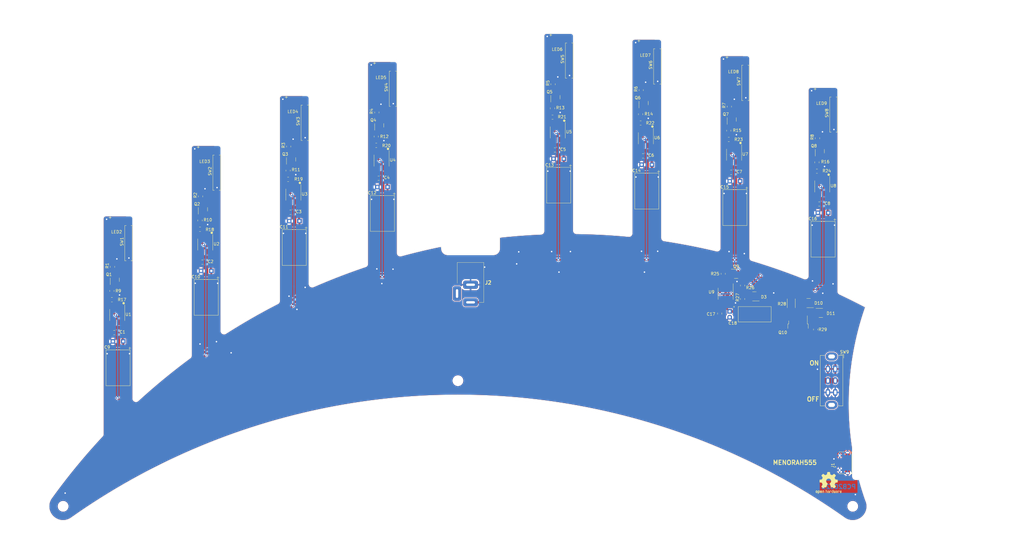
<source format=kicad_pcb>
(kicad_pcb (version 20211014) (generator pcbnew)
  (title_block (title "Menorah555") (date "2021-11-16") (rev "A"))
  (layers (0 "F.Cu" signal) (31 "B.Cu" signal) (34 "B.Paste" user) (35 "F.Paste" user) (36 "B.SilkS" user "B.Silkscreen") (37 "F.SilkS" user "F.Silkscreen") (38 "B.Mask" user) (39 "F.Mask" user) (44 "Edge.Cuts" user))
  (net 0 "")
  (net 1 "GND")
  (net 2 "+5V")
  (net 3 "Net-(C7-Pad1)")
  (net 4 "Net-(Q5-Pad1)")
  (net 5 "Net-(Q4-Pad1)")
  (net 6 "Net-(Q6-Pad1)")
  (net 7 "Net-(R11-Pad1)")
  (net 8 "Net-(R12-Pad1)")
  (net 9 "Net-(C1-Pad1)")
  (net 10 "Net-(C2-Pad1)")
  (net 11 "Net-(C5-Pad1)")
  (net 12 "Net-(C6-Pad1)")
  (net 16 "Net-(D10-Pad2)")
  (net 17 "Net-(D10-Pad1)")
  (net 21 "/V5_IN")
  (net 22 "Net-(Q1-Pad1)")
  (net 23 "/RST_N")
  (net 24 "Net-(Q2-Pad1)")
  (net 25 "Net-(Q3-Pad1)")
  (net 26 "Net-(Q7-Pad1)")
  (net 27 "Net-(Q8-Pad1)")
  (net 28 "Net-(Q9-Pad1)")
  (net 38 "Net-(Q10-Pad3)")
  (net 39 "Net-(LED2-Pad2)")
  (net 40 "Net-(LED2-Pad1)")
  (net 41 "Net-(LED3-Pad1)")
  (net 42 "Net-(LED3-Pad2)")
  (net 43 "Net-(LED4-Pad1)")
  (net 44 "Net-(LED4-Pad2)")
  (net 45 "Net-(LED5-Pad2)")
  (net 46 "Net-(LED5-Pad1)")
  (net 47 "Net-(LED6-Pad1)")
  (net 48 "Net-(LED6-Pad2)")
  (net 49 "Net-(LED7-Pad2)")
  (net 50 "Net-(LED7-Pad1)")
  (net 51 "Net-(LED8-Pad2)")
  (net 52 "Net-(LED8-Pad1)")
  (net 53 "Net-(LED9-Pad1)")
  (net 54 "Net-(LED9-Pad2)")
  (net 55 "Net-(R9-Pad1)")
  (net 56 "Net-(R10-Pad1)")
  (net 57 "Net-(R13-Pad1)")
  (net 58 "Net-(R14-Pad1)")
  (net 59 "Net-(R15-Pad1)")
  (net 60 "Net-(R16-Pad1)")
  (net 61 "Net-(R25-Pad2)")
  (net 62 "Net-(C3-Pad1)")
  (net 63 "Net-(C4-Pad1)")
  (net 64 "Net-(C8-Pad1)")
  (net 65 "Net-(C17-Pad1)")
  (net 66 "Net-(C18-Pad1)")
  (footprint "Package_TO_SOT_SMD:SOT-23" (layer "F.Cu") (at 315.58 150.76 180)
    (fp_text reference "D10")
    (fp_text value "BAV99")
  )
  (footprint "Package_TO_SOT_SMD:TO-252-2" (layer "F.Cu") (at 311.98 160.36 -90)
    (fp_text reference "Q10")
    (fp_text value "MJD31")
  )
  (footprint "Capacitor_SMD:C_0805_2012Metric" (layer "F.Cu") (at 285.32 154.32 -90)
    (fp_text reference "C17")
    (fp_text value "10nF")
  )
  (footprint "0_my_footprints:CP_Radial_Horizontal_D5.0mm_H11.0mm_P2.00mm" (layer "F.Cu") (at 288.72 154.57 -90)
    (fp_text reference "C18")
    (fp_text value "100uF")
  )
  (footprint "Package_TO_SOT_SMD:SOT-23" (layer "F.Cu") (at 297.12 148.4575 180)
    (fp_text reference "D3")
    (fp_text value "BAV99")
  )
  (footprint "Fiducial:Fiducial_1mm_Mask2mm" (layer "F.Cu") (at 68.245 213.425)
    (fp_text reference "FID1" hide)
    (fp_text value "Fiducial")
  )
  (footprint "Fiducial:Fiducial_1mm_Mask2mm" (layer "F.Cu") (at 328.6 154.2)
    (fp_text reference "FID2" hide)
    (fp_text value "Fiducial")
  )
  (footprint "0_my_footprints:Gravitech_CONSOCJ2155_2.1mm_5.5mm_Barrel_Jack" (layer "F.Cu") (at 200.5 150.5 -90)
    (fp_text reference "J2")
    (fp_text value "Jack5.5x2.1" hide)
  )
  (footprint "Symbol:OSHW-Logo2_9.8x8mm_SilkScreen" (layer "F.Cu") (at 322.4 212.03)
    (fp_text reference "LOGO2" hide)
    (fp_text value "Logo_Open_Hardware_Small" hide)
  )
  (footprint "Package_TO_SOT_SMD:SOT-23" (layer "F.Cu") (at 290.92 140.77)
    (fp_text reference "Q9")
    (fp_text value "MMBT3904")
  )
  (footprint "Resistor_SMD:R_0805_2012Metric" (layer "F.Cu") (at 293.12 149.37 90)
    (fp_text reference "R27")
    (fp_text value "4.7k")
  )
  (footprint "Resistor_SMD:R_0805_2012Metric" (layer "F.Cu") (at 286.52 140.77 -90)
    (fp_text reference "R25")
    (fp_text value "4.7k")
  )
  (footprint "Resistor_SMD:R_0805_2012Metric" (layer "F.Cu") (at 293.12 144.77 -90)
    (fp_text reference "R26")
    (fp_text value "10k")
  )
  (footprint "Resistor_SMD:R_2010_5025Metric" (layer "F.Cu") (at 309.69 150.83 -90)
    (fp_text reference "R28")
    (fp_text value "1.33")
  )
  (footprint "Resistor_SMD:R_0805_2012Metric" (layer "F.Cu") (at 317.98 159.76 90)
    (fp_text reference "R29")
    (fp_text value "150")
  )
  (footprint "Package_SO:SOIC-8_3.9x4.9mm_P1.27mm" (layer "F.Cu") (at 287.32 147.57 -90)
    (fp_text reference "U9")
    (fp_text value "TLC555")
  )
  (footprint "0_my_footprints:SW_Nidec_MFS201N-9-Z_DPDT_Straight" (layer "F.Cu") (at 323.4 177.2 -90)
    (fp_text reference "SW9")
    (fp_text value "SW_DPDT")
  )
  (footprint "0_menorah555:LED_D5.0mm_Horizontal_SMT_O3.81mm" (layer "F.Cu") (at 80 124 180)
    (fp_text reference "LED2")
    (fp_text value "Y FLCKR LED")
  )
  (footprint "Capacitor_SMD:C_0805_2012Metric" (layer "F.Cu") (at 109.2 136.8)
    (fp_text reference "C2")
    (fp_text value "10nF")
  )
  (footprint "Resistor_SMD:R_0805_2012Metric" (layer "F.Cu") (at 78.6 138.4 -90)
    (fp_text reference "R1")
    (fp_text value "330")
  )
  (footprint "Package_TO_SOT_SMD:SOT-23" (layer "F.Cu") (at 169.4 90.2 90)
    (fp_text reference "Q4")
    (fp_text value "MMBT3904")
  )
  (footprint "Resistor_SMD:R_0805_2012Metric" (layer "F.Cu") (at 168.6 85.8 -90)
    (fp_text reference "R4")
    (fp_text value "330")
  )
  (footprint "0_my_footprints:SW_SPST_REED_59170-1-S-00-D" (layer "F.Cu") (at 174.1 77.725 90)
    (fp_text reference "SW4")
    (fp_text value "SW_Reed")
  )
  (footprint "Resistor_SMD:R_0805_2012Metric" (layer "F.Cu") (at 108.6 114.4 -90)
    (fp_text reference "R2")
    (fp_text value "330")
  )
  (footprint "Resistor_SMD:R_0805_2012Metric" (layer "F.Cu") (at 138.4 105.6 90)
    (fp_text reference "R11")
    (fp_text value "4.7k")
  )
  (footprint "0_menorah555:LED_D5.0mm_Horizontal_SMT_O3.81mm" (layer "F.Cu") (at 170 71.4 180)
    (fp_text reference "LED5")
    (fp_text value "Y FLCKR LED")
  )
  (footprint "Package_SO:SOIC-8_3.9x4.9mm_P1.27mm" (layer "F.Cu") (at 170.2 102.2 -90)
    (fp_text reference "U4")
    (fp_text value "TLC555")
  )
  (footprint "0_my_footprints:SW_SPST_REED_59170-1-S-00-D" (layer "F.Cu") (at 144.1 89.325 90)
    (fp_text reference "SW3")
    (fp_text value "SW_Reed")
  )
  (footprint "Package_SO:SOIC-8_3.9x4.9mm_P1.27mm" (layer "F.Cu") (at 140.2 113.8 -90)
    (fp_text reference "U3")
    (fp_text value "TLC555")
  )
  (footprint "Resistor_SMD:R_0805_2012Metric" (layer "F.Cu") (at 78.4 149.6 180)
    (fp_text reference "R17")
    (fp_text value "10k")
  )
  (footprint "Capacitor_SMD:C_0805_2012Metric" (layer "F.Cu") (at 79.2 160.8)
    (fp_text reference "C1")
    (fp_text value "10nF")
  )
  (footprint "Package_TO_SOT_SMD:SOT-23" (layer "F.Cu") (at 109.4 118.8 90)
    (fp_text reference "Q2")
    (fp_text value "MMBT3904")
  )
  (footprint "Capacitor_SMD:C_0805_2012Metric" (layer "F.Cu") (at 169.2 108.2)
    (fp_text reference "C4")
    (fp_text value "10nF")
  )
  (footprint "0_menorah555:LED_D5.0mm_Horizontal_SMT_O3.81mm" (layer "F.Cu") (at 110 100 180)
    (fp_text reference "LED3")
    (fp_text value "Y FLCKR LED")
  )
  (footprint "Resistor_SMD:R_0805_2012Metric" (layer "F.Cu") (at 108.4 122.6 90)
    (fp_text reference "R10")
    (fp_text value "4.7k")
  )
  (footprint "0_my_footprints:SW_SPST_REED_59170-1-S-00-D" (layer "F.Cu") (at 114.1 106.325 90)
    (fp_text reference "SW2")
    (fp_text value "SW_Reed")
  )
  (footprint "0_menorah555:LED_D5.0mm_Horizontal_SMT_O3.81mm" (layer "F.Cu") (at 140 83 180)
    (fp_text reference "LED4")
    (fp_text value "Y FLCKR LED")
  )
  (footprint "Package_SO:SOIC-8_3.9x4.9mm_P1.27mm" (layer "F.Cu") (at 80.2 154.8 -90)
    (fp_text reference "U1")
    (fp_text value "TLC555")
  )
  (footprint "Package_TO_SOT_SMD:SOT-23" (layer "F.Cu") (at 79.4 142.8 90)
    (fp_text reference "Q1")
    (fp_text value "MMBT3904")
  )
  (footprint "Resistor_SMD:R_0805_2012Metric" (layer "F.Cu") (at 168.4 97 180)
    (fp_text reference "R20")
    (fp_text value "10k")
  )
  (footprint "Capacitor_SMD:C_0805_2012Metric" (layer "F.Cu") (at 139.2 119.8)
    (fp_text reference "C3")
    (fp_text value "10nF")
  )
  (footprint "0_my_footprints:CP_Radial_Horizontal_D8.0mm_L12.0mm_P3.50mm" (layer "F.Cu") (at 80.5 163.8 180)
    (fp_text reference "C9")
    (fp_text value "10uF")
  )
  (footprint "Package_SO:SOIC-8_3.9x4.9mm_P1.27mm" (layer "F.Cu") (at 110.2 130.8 -90)
    (fp_text reference "U2")
    (fp_text value "TLC555")
  )
  (footprint "Resistor_SMD:R_0805_2012Metric" (layer "F.Cu") (at 78.4 146.6 90)
    (fp_text reference "R9")
    (fp_text value "4.7k")
  )
  (footprint "0_my_footprints:CP_Radial_Horizontal_D8.0mm_L12.0mm_P3.50mm" (layer "F.Cu") (at 170.5 111.2 180)
    (fp_text reference "C12")
    (fp_text value "10uF")
  )
  (footprint "0_my_footprints:CP_Radial_Horizontal_D8.0mm_L12.0mm_P3.50mm" (layer "F.Cu") (at 110.5 139.8 180)
    (fp_text reference "C10")
    (fp_text value "10uF")
  )
  (footprint "Resistor_SMD:R_0805_2012Metric" (layer "F.Cu") (at 108.4 125.6 180)
    (fp_text reference "R18")
    (fp_text value "10k")
  )
  (footprint "0_my_footprints:CP_Radial_Horizontal_D8.0mm_L12.0mm_P3.50mm" (layer "F.Cu") (at 140.5 122.8 180)
    (fp_text reference "C11")
    (fp_text value "10uF")
  )
  (footprint "Resistor_SMD:R_0805_2012Metric" (layer "F.Cu") (at 138.4 108.6 180)
    (fp_text reference "R19")
    (fp_text value "10k")
  )
  (footprint "Package_TO_SOT_SMD:SOT-23" (layer "F.Cu") (at 139.4 101.8 90)
    (fp_text reference "Q3")
    (fp_text value "MMBT3904")
  )
  (footprint "Resistor_SMD:R_0805_2012Metric" (layer "F.Cu") (at 168.4 94 90)
    (fp_text reference "R12")
    (fp_text value "4.7k")
  )
  (footprint "Resistor_SMD:R_0805_2012Metric" (layer "F.Cu") (at 138.6 97.4 -90)
    (fp_text reference "R3")
    (fp_text value "330")
  )
  (footprint "0_my_footprints:SW_SPST_REED_59170-1-S-00-D" (layer "F.Cu") (at 84.1 130.325 90)
    (fp_text reference "SW1")
    (fp_text value "SW_Reed")
  )
  (footprint "0_my_footprints:SW_SPST_REED_59170-1-S-00-D" (layer "F.Cu") (at 234.1 68.125 90)
    (fp_text reference "SW5")
    (fp_text value "SW_Reed")
  )
  (footprint "Resistor_SMD:R_0805_2012Metric" (layer "F.Cu") (at 288.6 83.8 -90)
    (fp_text reference "R7")
    (fp_text value "330")
  )
  (footprint "Resistor_SMD:R_0805_2012Metric" (layer "F.Cu") (at 318.4 102.8 90)
    (fp_text reference "R16")
    (fp_text value "4.7k")
  )
  (footprint "Package_TO_SOT_SMD:SOT-23" (layer "F.Cu") (at 289.4 88.2 90)
    (fp_text reference "Q7")
    (fp_text value "MMBT3904")
  )
  (footprint "Resistor_SMD:R_0805_2012Metric" (layer "F.Cu") (at 288.4 95 180)
    (fp_text reference "R23")
    (fp_text value "10k")
  )
  (footprint "0_my_footprints:CP_Radial_Horizontal_D8.0mm_L12.0mm_P3.50mm" (layer "F.Cu") (at 290.5 109.2 180)
    (fp_text reference "C15")
    (fp_text value "10uF")
  )
  (footprint "Resistor_SMD:R_0805_2012Metric" (layer "F.Cu") (at 258.4 89.4 180)
    (fp_text reference "R22")
    (fp_text value "10k")
  )
  (footprint "0_my_footprints:CP_Radial_Horizontal_D8.0mm_L12.0mm_P3.50mm" (layer "F.Cu") (at 260.5 103.6 180)
    (fp_text reference "C14")
    (fp_text value "10uF")
  )
  (footprint "0_my_footprints:CP_Radial_Horizontal_D8.0mm_L12.0mm_P3.50mm" (layer "F.Cu") (at 320.5 120 180)
    (fp_text reference "C16")
    (fp_text value "10uF")
  )
  (footprint "Resistor_SMD:R_0805_2012Metric" (layer "F.Cu") (at 228.4 84.4 90)
    (fp_text reference "R13")
    (fp_text value "4.7k")
  )
  (footprint "Package_SO:SOIC-8_3.9x4.9mm_P1.27mm" (layer "F.Cu") (at 260.2 94.6 -90)
    (fp_text reference "U6")
    (fp_text value "TLC555")
  )
  (footprint "0_my_footprints:CP_Radial_Horizontal_D8.0mm_L12.0mm_P3.50mm" (layer "F.Cu") (at 230.5 101.6 180)
    (fp_text reference "C13")
    (fp_text value "10uF")
  )
  (footprint "Capacitor_SMD:C_0805_2012Metric" (layer "F.Cu") (at 289.2 106.2)
    (fp_text reference "C7")
    (fp_text value "10nF")
  )
  (footprint "Resistor_SMD:R_0805_2012Metric" (layer "F.Cu") (at 318.4 105.8 180)
    (fp_text reference "R24")
    (fp_text value "10k")
  )
  (footprint "Package_TO_SOT_SMD:SOT-23" (layer "F.Cu") (at 229.4 80.6 90)
    (fp_text reference "Q5")
    (fp_text value "MMBT3904")
  )
  (footprint "Package_SO:SOIC-8_3.9x4.9mm_P1.27mm" (layer "F.Cu") (at 230.2 92.6 -90)
    (fp_text reference "U5")
    (fp_text value "TLC555")
  )
  (footprint "0_menorah555:LED_D5.0mm_Horizontal_SMT_O3.81mm" (layer "F.Cu") (at 290 69.4 180)
    (fp_text reference "LED8")
    (fp_text value "Y FLCKR LED")
  )
  (footprint "0_my_footprints:SW_SPST_REED_59170-1-S-00-D" (layer "F.Cu") (at 264.1 70.125 90)
    (fp_text reference "SW6")
    (fp_text value "SW_Reed")
  )
  (footprint "Resistor_SMD:R_0805_2012Metric" (layer "F.Cu") (at 258.4 86.4 90)
    (fp_text reference "R14")
    (fp_text value "4.7k")
  )
  (footprint "0_menorah555:LED_D5.0mm_Horizontal_SMT_O3.81mm" (layer "F.Cu") (at 260 63.8 180)
    (fp_text reference "LED7")
    (fp_text value "Y FLCKR LED")
  )
  (footprint "Capacitor_SMD:C_0805_2012Metric" (layer "F.Cu") (at 319.2 117)
    (fp_text reference "C8")
    (fp_text value "10nF")
  )
  (footprint "Package_TO_SOT_SMD:SOT-23" (layer "F.Cu") (at 259.4 82.6 90)
    (fp_text reference "Q6")
    (fp_text value "MMBT3904")
  )
  (footprint "Capacitor_SMD:C_0805_2012Metric" (layer "F.Cu") (at 229.2 98.6)
    (fp_text reference "C5")
    (fp_text value "10nF")
  )
  (footprint "Resistor_SMD:R_0805_2012Metric" (layer "F.Cu") (at 228.4 87.4 180)
    (fp_text reference "R21")
    (fp_text value "10k")
  )
  (footprint "Package_SO:SOIC-8_3.9x4.9mm_P1.27mm" (layer "F.Cu") (at 290.2 100.2 -90)
    (fp_text reference "U7")
    (fp_text value "TLC555")
  )
  (footprint "0_my_footprints:SW_SPST_REED_59170-1-S-00-D" (layer "F.Cu") (at 294.1 75.725 90)
    (fp_text reference "SW7")
    (fp_text value "SW_Reed")
  )
  (footprint "Package_SO:SOIC-8_3.9x4.9mm_P1.27mm" (layer "F.Cu") (at 320.2 111 -90)
    (fp_text reference "U8")
    (fp_text value "TLC555")
  )
  (footprint "0_menorah555:LED_D5.0mm_Horizontal_SMT_O3.81mm" (layer "F.Cu") (at 320 80.2 180)
    (fp_text reference "LED9")
    (fp_text value "Y FLCKR LED")
  )
  (footprint "Resistor_SMD:R_0805_2012Metric" (layer "F.Cu") (at 288.4 92 90)
    (fp_text reference "R15")
    (fp_text value "4.7k")
  )
  (footprint "Resistor_SMD:R_0805_2012Metric" (layer "F.Cu") (at 258.6 78.2 -90)
    (fp_text reference "R6")
    (fp_text value "330")
  )
  (footprint "0_my_footprints:SW_SPST_REED_59170-1-S-00-D" (layer "F.Cu") (at 324.1 86.525 90)
    (fp_text reference "SW8")
    (fp_text value "SW_Reed")
  )
  (footprint "Resistor_SMD:R_0805_2012Metric" (layer "F.Cu") (at 318.6 94.6 -90)
    (fp_text reference "R8")
    (fp_text value "330")
  )
  (footprint "Package_TO_SOT_SMD:SOT-23" (layer "F.Cu") (at 319.4 99 90)
    (fp_text reference "Q8")
    (fp_text value "MMBT3904")
  )
  (footprint "Resistor_SMD:R_0805_2012Metric" (layer "F.Cu") (at 228.6 76.2 -90)
    (fp_text reference "R5")
    (fp_text value "330")
  )
  (footprint "Capacitor_SMD:C_0805_2012Metric" (layer "F.Cu") (at 259.2 100.6)
    (fp_text reference "C6")
    (fp_text value "10nF")
  )
  (footprint "0_menorah555:LED_D5.0mm_Horizontal_SMT_O3.81mm" (layer "F.Cu") (at 230 61.8 180)
    (fp_text reference "LED6")
    (fp_text value "Y FLCKR LED")
  )
  (footprint "MountingHole:MountingHole_3.2mm_M3" (layer "F.Cu") (at 61.8 220)
    (fp_text reference "H1" hide)
    (fp_text value "Hole 3.2mm")
  )
  (footprint "MountingHole:MountingHole_3.2mm_M3" (layer "F.Cu") (at 196.2 177.2)
    (fp_text reference "H2" hide)
    (fp_text value "Hole 3.2mm")
  )
  (footprint "MountingHole:MountingHole_3.2mm_M3" (layer "F.Cu") (at 330.6 220)
    (fp_text reference "H3" hide)
    (fp_text value "Hole 3.2mm")
  )
  (footprint "0_my_footprints:AMPHENOL_10118194-0001LF" (layer "F.Cu") (at 328.85 205.2 90)
    (fp_text reference "J1")
    (fp_text value "USB_B_Micro")
  )
  (footprint "Package_TO_SOT_SMD:SOT-23" (layer "F.Cu") (at 319.75 154.1)
    (fp_text reference "D11")
    (fp_text value "BAV99")
  )
  (gr_line (start 78.2 121.6) (end 77.4 121.6) (layer "F.SilkS") (width 0.15))
  (gr_line (start 107.8 97.2) (end 107.8 98) (layer "F.SilkS") (width 0.15))
  (gr_circle (center 172.4 98.2) (end 172.6 98.2) (layer "F.SilkS") (width 0.4) (fill none))
  (gr_circle (center 142.4 109.8) (end 142.6 109.8) (layer "F.SilkS") (width 0.4) (fill none))
  (gr_line (start 137.8 80.2) (end 137.8 81) (layer "F.SilkS") (width 0.15))
  (gr_circle (center 82.4 150.8) (end 82.6 150.8) (layer "F.SilkS") (width 0.4) (fill none))
  (gr_line (start 77.8 121.2) (end 77.8 122) (layer "F.SilkS") (width 0.15))
  (gr_circle (center 112.4 126.8) (end 112.6 126.8) (layer "F.SilkS") (width 0.4) (fill none))
  (gr_line (start 108.2 97.6) (end 107.4 97.6) (layer "F.SilkS") (width 0.15))
  (gr_line (start 138.2 80.6) (end 137.4 80.6) (layer "F.SilkS") (width 0.15))
  (gr_line (start 167.8 68.6) (end 167.8 69.4) (layer "F.SilkS") (width 0.15))
  (gr_line (start 168.2 69) (end 167.4 69) (layer "F.SilkS") (width 0.15))
  (gr_line (start 318.2 77.8) (end 317.4 77.8) (layer "F.SilkS") (width 0.15))
  (gr_line (start 317.8 77.4) (end 317.8 78.2) (layer "F.SilkS") (width 0.15))
  (gr_line (start 288.2 67) (end 287.4 67) (layer "F.SilkS") (width 0.15))
  (gr_line (start 258.2 61.4) (end 257.4 61.4) (layer "F.SilkS") (width 0.15))
  (gr_circle (center 262.4 90.6) (end 262.6 90.6) (layer "F.SilkS") (width 0.4) (fill none))
  (gr_line (start 227.8 59) (end 227.8 59.8) (layer "F.SilkS") (width 0.15))
  (gr_circle (center 232.4 88.6) (end 232.6 88.6) (layer "F.SilkS") (width 0.4) (fill none))
  (gr_line (start 287.8 66.6) (end 287.8 67.4) (layer "F.SilkS") (width 0.15))
  (gr_circle (center 292.4 96.2) (end 292.6 96.2) (layer "F.SilkS") (width 0.4) (fill none))
  (gr_circle (center 322.4 107) (end 322.6 107) (layer "F.SilkS") (width 0.4) (fill none))
  (gr_line (start 257.8 61) (end 257.8 61.8) (layer "F.SilkS") (width 0.15))
  (gr_line (start 228.2 59.4) (end 227.4 59.4) (layer "F.SilkS") (width 0.15))
  (gr_arc (start 135.4 81) (mid 135.692893 80.292893) (end 136.4 80) (layer "Edge.Cuts") (width 0.05))
  (gr_line (start 175.6 69.4) (end 175.6 133.66) (layer "Edge.Cuts") (width 0.05))
  (gr_line (start 85.6 122) (end 85.6 183.26) (layer "Edge.Cuts") (width 0.05))
  (gr_arc (start 84.6 121) (mid 85.307107 121.292893) (end 85.6 122) (layer "Edge.Cuts") (width 0.05))
  (gr_line (start 76.4 121) (end 84.6 121) (layer "Edge.Cuts") (width 0.05))
  (gr_arc (start 75.4 122) (mid 75.692893 121.292893) (end 76.4 121) (layer "Edge.Cuts") (width 0.05))
  (gr_line (start 75.4 195.37) (end 75.4 122) (layer "Edge.Cuts") (width 0.05))
  (gr_line (start 136.4 80) (end 144.6 80) (layer "Edge.Cuts") (width 0.05))
  (gr_arc (start 165.4 69.4) (mid 165.692893 68.692893) (end 166.4 68.4) (layer "Edge.Cuts") (width 0.05))
  (gr_line (start 165.4 137.37) (end 165.4 69.4) (layer "Edge.Cuts") (width 0.05))
  (gr_arc (start 114.6 97) (mid 115.307107 97.292893) (end 115.6 98) (layer "Edge.Cuts") (width 0.05))
  (gr_line (start 166.4 68.4) (end 174.6 68.4) (layer "Edge.Cuts") (width 0.05))
  (gr_line (start 115.6 98) (end 115.6 160.23) (layer "Edge.Cuts") (width 0.05))
  (gr_line (start 145.6 81) (end 145.6 144.23) (layer "Edge.Cuts") (width 0.05))
  (gr_arc (start 174.6 68.4) (mid 175.307107 68.692893) (end 175.6 69.4) (layer "Edge.Cuts") (width 0.05))
  (gr_line (start 105.4 168.61) (end 105.4 98) (layer "Edge.Cuts") (width 0.05))
  (gr_line (start 135.4 150.01) (end 135.4 81) (layer "Edge.Cuts") (width 0.05))
  (gr_line (start 106.4 97) (end 114.6 97) (layer "Edge.Cuts") (width 0.05))
  (gr_arc (start 144.6 80) (mid 145.307107 80.292893) (end 145.6 81) (layer "Edge.Cuts") (width 0.05))
  (gr_arc (start 105.4 98) (mid 105.692893 97.292893) (end 106.4 97) (layer "Edge.Cuts") (width 0.05))
  (gr_arc (start 255.4 61.8) (mid 255.692893 61.092893) (end 256.4 60.8) (layer "Edge.Cuts") (width 0.05))
  (gr_arc (start 294.6 66.4) (mid 295.307107 66.692893) (end 295.6 67.4) (layer "Edge.Cuts") (width 0.05))
  (gr_line (start 256.4 60.8) (end 264.6 60.8) (layer "Edge.Cuts") (width 0.05))
  (gr_line (start 285.4 131.97) (end 285.4 67.4) (layer "Edge.Cuts") (width 0.05))
  (gr_line (start 255.4 126.99) (end 255.4 61.8) (layer "Edge.Cuts") (width 0.05))
  (gr_arc (start 324.6 77.2) (mid 325.307107 77.492893) (end 325.6 78.2) (layer "Edge.Cuts") (width 0.05))
  (gr_line (start 295.6 67.4) (end 295.6 135.26) (layer "Edge.Cuts") (width 0.05))
  (gr_line (start 265.6 61.8) (end 265.6 128.5) (layer "Edge.Cuts") (width 0.05))
  (gr_line (start 316.4 77.2) (end 324.6 77.2) (layer "Edge.Cuts") (width 0.05))
  (gr_arc (start 264.6 60.8) (mid 265.307107 61.092893) (end 265.6 61.8) (layer "Edge.Cuts") (width 0.05))
  (gr_line (start 315.4 141.47) (end 315.4 78.2) (layer "Edge.Cuts") (width 0.05))
  (gr_arc (start 315.4 78.2) (mid 315.692893 77.492893) (end 316.4 77.2) (layer "Edge.Cuts") (width 0.05))
  (gr_line (start 286.4 66.4) (end 294.6 66.4) (layer "Edge.Cuts") (width 0.05))
  (gr_line (start 225.4 126.22) (end 225.4 59.8) (layer "Edge.Cuts") (width 0.05))
  (gr_arc (start 225.4 59.8) (mid 225.692893 59.092893) (end 226.4 58.8) (layer "Edge.Cuts") (width 0.05))
  (gr_line (start 226.4 58.8) (end 234.6 58.8) (layer "Edge.Cuts") (width 0.05))
  (gr_arc (start 234.6 58.8) (mid 235.307107 59.092893) (end 235.6 59.8) (layer "Edge.Cuts") (width 0.05))
  (gr_line (start 235.6 59.8) (end 235.6 126.03) (layer "Edge.Cuts") (width 0.05))
  (gr_line (start 325.6 78.2) (end 325.6 146.76) (layer "Edge.Cuts") (width 0.05))
  (gr_arc (start 285.4 67.4) (mid 285.692893 66.692893) (end 286.4 66.4) (layer "Edge.Cuts") (width 0.05))
  (gr_arc (start 64.76 223.9) (mid 58.377606 223.509943) (end 57.82 217.14) (layer "Edge.Cuts") (width 0.05))
  (gr_line (start 64.76 223.9) (end 64.850309 223.837228) (layer "Edge.Cuts") (width 0.05))
  (gr_line (start 327.511852 223.813089) (end 327.603497 223.876946) (layer "Edge.Cuts") (width 0.05))
  (gr_line (start 334.963541 152.291394) (end 334.868155 152.553185) (layer "Edge.Cuts") (width 0.05))
  (gr_arc (start 335.03 217.906) (mid 333.938841 214.606449) (end 332.9635 211.270827) (layer "Edge.Cuts") (width 0.05))
  (gr_line (start 331.6 210.8) (end 332.6 210.8) (layer "Edge.Cuts") (width 0.05))
  (gr_arc (start 332.6 210.8) (mid 332.782628 210.861994) (end 332.889778 211.022354) (layer "Edge.Cuts") (width 0.05))
  (gr_line (start 332.889778 211.022354) (end 332.9635 211.270827) (layer "Edge.Cuts") (width 0.05))
  (gr_arc (start 192.7 134.2) (mid 191.285786 133.614214) (end 190.7 132.2) (layer "Edge.Cuts") (width 0.05))
  (gr_arc (start 210.3 132.2) (mid 209.714214 133.614214) (end 208.3 134.2) (layer "Edge.Cuts") (width 0.05))
  (gr_line (start 190.7 132.2) (end 190.7 131.94) (layer "Edge.Cuts") (width 0.05))
  (gr_line (start 210.3 132.2) (end 210.3 128.74) (layer "Edge.Cuts") (width 0.05))
  (gr_arc (start 57.82 217.14) (mid 66.008909 206.484295) (end 74.841689 196.355905) (layer "Edge.Cuts") (width 0.05))
  (gr_arc (start 105.4 168.61) (mid 105.27462 169.09481) (end 104.929919 169.458048) (layer "Edge.Cuts") (width 0.05))
  (gr_arc (start 147.022618 145.136308) (mid 146.0627 145.073391) (end 145.6 144.23) (layer "Edge.Cuts") (width 0.05))
  (gr_arc (start 176.925568 134.605519) (mid 176.019297 134.474116) (end 175.6 133.66) (layer "Edge.Cuts") (width 0.05))
  (gr_arc (start 236.634899 127.029391) (mid 235.905341 126.74934) (end 235.6 126.03) (layer "Edge.Cuts") (width 0.05))
  (gr_arc (start 266.392088 129.478148) (mid 265.822854 129.129321) (end 265.6 128.5) (layer "Edge.Cuts") (width 0.05))
  (gr_arc (start 296.341181 136.225926) (mid 295.806647 135.868762) (end 295.6 135.26) (layer "Edge.Cuts") (width 0.05))
  (gr_arc (start 326.209269 147.680505) (mid 325.766114 147.311937) (end 325.6 146.76) (layer "Edge.Cuts") (width 0.05))
  (gr_arc (start 135.4 150.01) (mid 135.27462 150.49481) (end 134.929919 150.858048) (layer "Edge.Cuts") (width 0.05))
  (gr_arc (start 165.4 137.37) (mid 165.193353 137.978761) (end 164.658819 138.335926) (layer "Edge.Cuts") (width 0.05))
  (gr_arc (start 225.4 126.22) (mid 225.166044 126.862788) (end 224.573648 127.204808) (layer "Edge.Cuts") (width 0.05))
  (gr_arc (start 255.4 126.99) (mid 255.07559 127.727277) (end 254.312844 127.986195) (layer "Edge.Cuts") (width 0.05))
  (gr_arc (start 285.4 131.97) (mid 285.008761 132.763353) (end 284.141181 132.935926) (layer "Edge.Cuts") (width 0.05))
  (gr_arc (start 315.4 141.47) (mid 314.9373 142.313391) (end 313.977382 142.376308) (layer "Edge.Cuts") (width 0.05))
  (gr_line (start 87.6 183.7) (end 87.294658 183.97934) (layer "Edge.Cuts") (width 0.05))
  (gr_line (start 75.069131 196.113145) (end 74.841689 196.355905) (layer "Edge.Cuts") (width 0.05))
  (gr_line (start 104.841866 169.519312) (end 104.929919 169.458048) (layer "Edge.Cuts") (width 0.05))
  (gr_arc (start 117.4 160.9) (mid 125.985531 155.709815) (end 134.801847 150.922131) (layer "Edge.Cuts") (width 0.05))
  (gr_line (start 134.929919 150.858048) (end 134.801847 150.922131) (layer "Edge.Cuts") (width 0.05))
  (gr_line (start 117.4 160.9) (end 117.22932 161.007146) (layer "Edge.Cuts") (width 0.05))
  (gr_arc (start 147.1 145.1) (mid 155.677526 141.572518) (end 164.398003 138.414929) (layer "Edge.Cuts") (width 0.05))
  (gr_line (start 164.658819 138.335926) (end 164.398003 138.414929) (layer "Edge.Cuts") (width 0.05))
  (gr_line (start 147.1 145.1) (end 147.022618 145.136308) (layer "Edge.Cuts") (width 0.05))
  (gr_arc (start 177.3 134.5) (mid 183.537011 132.913946) (end 189.818328 131.513618) (layer "Edge.Cuts") (width 0.05))
  (gr_line (start 177.3 134.5) (end 176.925568 134.605519) (layer "Edge.Cuts") (width 0.05))
  (gr_line (start 189.818328 131.513618) (end 190.07059 131.457037) (layer "Edge.Cuts") (width 0.05))
  (gr_arc (start 211.1 128.2) (mid 217.697778 127.605242) (end 224.310641 127.212249) (layer "Edge.Cuts") (width 0.05))
  (gr_line (start 211.1 128.2) (end 210.713176 128.247596) (layer "Edge.Cuts") (width 0.05))
  (gr_line (start 224.310641 127.212249) (end 224.573648 127.204808) (layer "Edge.Cuts") (width 0.05))
  (gr_arc (start 236.94 127.03) (mid 245.451909 127.317727) (end 253.94596 127.939407) (layer "Edge.Cuts") (width 0.05))
  (gr_line (start 236.634899 127.029391) (end 236.94 127.03) (layer "Edge.Cuts") (width 0.05))
  (gr_line (start 253.94596 127.939407) (end 254.312844 127.986195) (layer "Edge.Cuts") (width 0.05))
  (gr_arc (start 266.73 129.52) (mid 275.306981 131.011436) (end 283.817199 132.845881) (layer "Edge.Cuts") (width 0.05))
  (gr_line (start 266.392088 129.478148) (end 266.73 129.52) (layer "Edge.Cuts") (width 0.05))
  (gr_line (start 283.817199 132.845881) (end 284.141181 132.935926) (layer "Edge.Cuts") (width 0.05))
  (gr_arc (start 296.54 136.28) (mid 305.179251 139.086465) (end 313.693401 142.252243) (layer "Edge.Cuts") (width 0.05))
  (gr_line (start 296.341181 136.225926) (end 296.54 136.28) (layer "Edge.Cuts") (width 0.05))
  (gr_line (start 313.693401 142.252243) (end 313.977382 142.376308) (layer "Edge.Cuts") (width 0.05))
  (gr_arc (start 326.34 147.74) (mid 330.427785 149.719567) (end 334.473216 151.784307) (layer "Edge.Cuts") (width 0.05))
  (gr_line (start 326.209269 147.680505) (end 326.34 147.74) (layer "Edge.Cuts") (width 0.05))
  (gr_line (start 334.473216 151.784307) (end 334.841394 151.986459) (layer "Edge.Cuts") (width 0.05))
  (gr_line (start 330.6 208) (end 330.6 209.8) (layer "Edge.Cuts") (width 0.05))
  (gr_line (start 194.2 134.2) (end 208.3 134.2) (layer "Edge.Cuts") (width 0.05))
  (gr_arc (start 334.841394 151.986459) (mid 334.965622 152.113629) (end 334.963541 152.291394) (layer "Edge.Cuts") (width 0.05))
  (gr_arc (start 87.294658 183.97934) (mid 86.209269 184.180505) (end 85.6 183.26) (layer "Edge.Cuts") (width 0.05))
  (gr_arc (start 75.4 195.37) (mid 75.313545 195.776736) (end 75.069131 196.113145) (layer "Edge.Cuts") (width 0.05))
  (gr_arc (start 331.6 210.8) (mid 330.892893 210.507107) (end 330.6 209.8) (layer "Edge.Cuts") (width 0.05))
  (gr_arc (start 330.6 200.2) (mid 329.830032 176.116451) (end 334.868155 152.553185) (layer "Edge.Cuts") (width 0.05))
  (gr_arc (start 210.3 128.74) (mid 210.416978 128.418606) (end 210.713176 128.247596) (layer "Edge.Cuts") (width 0.05))
  (gr_arc (start 64.850309 223.837228) (mid 196.177252 182.165345) (end 327.511852 223.813089) (layer "Edge.Cuts") (width 0.05))
  (gr_arc (start 335.03 217.906) (mid 333.670306 223.818764) (end 327.603497 223.876946) (layer "Edge.Cuts") (width 0.05))
  (gr_arc (start 117.22932 161.007146) (mid 116.169489 161.132585) (end 115.6 160.23) (layer "Edge.Cuts") (width 0.05))
  (gr_arc (start 87.6 183.7) (mid 96.038362 176.387673) (end 104.841866 169.519312) (layer "Edge.Cuts") (width 0.05))
  (gr_line (start 192.7 134.2) (end 194.2 134.2) (layer "Edge.Cuts") (width 0.05))
  (gr_line (start 330.6 208) (end 330.6 200.2) (layer "Edge.Cuts") (width 0.05))
  (gr_arc (start 190.07059 131.457037) (mid 190.50438 131.543324) (end 190.7 131.94) (layer "Edge.Cuts") (width 0.05))
  (gr_text "PCB2002B" (at 325.79 213.34) (layer "B.Cu") (effects (font (size 1.5 1.5) (thickness 0.3)) (justify mirror)))
  (gr_text "OFF" (at 317.1 183.5) (layer "F.SilkS") (effects (font (size 1.5 1.5) (thickness 0.3))))
  (gr_text "ON" (at 317.5 171.2) (layer "F.SilkS") (effects (font (size 1.5 1.5) (thickness 0.3))))
  (gr_text "MENORAH555" (at 310.9 205.1) (layer "F.SilkS") (effects (font (size 1.5 1.5) (thickness 0.3))))
  (segment (start 80.15 162.4) (end 78.75 163.8) (width 0.6) (layer "F.Cu") (net 1))
  (segment (start 170.15 109.8) (end 168.75 111.2) (width 0.6) (layer "F.Cu") (net 1))
  (segment (start 170.15 108.2) (end 170.15 109.8) (width 0.6) (layer "F.Cu") (net 1))
  (segment (start 140.15 121.4) (end 138.75 122.8) (width 0.6) (layer "F.Cu") (net 1))
  (segment (start 80.15 160.8) (end 80.15 162.4) (width 0.6) (layer "F.Cu") (net 1))
  (segment (start 110.15 138.4) (end 108.75 139.8) (width 0.6) (layer "F.Cu") (net 1))
  (segment (start 140.15 119.8) (end 140.15 121.4) (width 0.6) (layer "F.Cu") (net 1))
  (segment (start 110.15 136.8) (end 110.15 138.4) (width 0.6) (layer "F.Cu") (net 1))
  (segment (start 260.15 100.6) (end 260.15 102.2) (width 0.6) (layer "F.Cu") (net 1))
  (segment (start 290.15 106.2) (end 290.15 107.8) (width 0.6) (layer "F.Cu") (net 1))
  (segment (start 260.15 102.2) (end 258.75 103.6) (width 0.6) (layer "F.Cu") (net 1))
  (segment (start 230.15 98.6) (end 230.15 100.2) (width 0.6) (layer "F.Cu") (net 1))
  (segment (start 290.15 107.8) (end 288.75 109.2) (width 0.6) (layer "F.Cu") (net 1))
  (segment (start 320.15 117) (end 320.15 118.6) (width 0.6) (layer "F.Cu") (net 1))
  (segment (start 320.15 118.6) (end 318.75 120) (width 0.6) (layer "F.Cu") (net 1))
  (segment (start 230.15 100.2) (end 228.75 101.6) (width 0.6) (layer "F.Cu") (net 1))
  (segment (start 328.9 202.675) (end 328.75 202.525) (width 0.4) (layer "F.Cu") (net 1))
  (segment (start 326.9 203.9) (end 326.15 203.9) (width 0.4) (layer "F.Cu") (net 1))
  (segment (start 328.9 204.2) (end 328.9 202.675) (width 0.4) (layer "F.Cu") (net 1))
  (segment (start 327 203.8) (end 326.9 203.9) (width 0.4) (layer "F.Cu") (net 1))
  (segment (start 326.15 203.9) (end 324.25 203.9) (width 0.4) (layer "F.Cu") (net 1))
  (segment (start 326.15 202.7) (end 326.7 202.7) (width 0.4) (layer "F.Cu") (net 1))
  (segment (start 328.85 204.2) (end 328.9 204.2) (width 0.4) (layer "F.Cu") (net 1))
  (segment (start 328.85 207.775) (end 328.925 207.85) (width 0.4) (layer "F.Cu") (net 1))
  (segment (start 326.7 202.7) (end 327 203) (width 0.4) (layer "F.Cu") (net 1))
  (segment (start 324.25 203.9) (end 324.2 203.85) (width 0.4) (layer "F.Cu") (net 1))
  (segment (start 327 203) (end 327 203.8) (width 0.4) (layer "F.Cu") (net 1))
  (segment (start 328.85 206.2) (end 328.85 207.775) (width 0.4) (layer "F.Cu") (net 1))
  (via (at 170 83) (size 1) (drill 0.5) (layers "F.Cu" "B.Cu") (net 1))
  (via (at 174.4 115.4) (size 1) (drill 0.5) (layers "F.Cu" "B.Cu") (net 1))
  (via (at 84.4 168) (size 1) (drill 0.5) (layers "F.Cu" "B.Cu") (net 1))
  (via (at 84.2 135.4) (size 1) (drill 0.5) (layers "F.Cu" "B.Cu") (net 1))
  (via (at 106.6 98.2) (size 1) (drill 0.5) (layers "F.Cu" "B.Cu") (net 1))
  (via (at 144.4 127) (size 1) (drill 0.5) (layers "F.Cu" "B.Cu") (net 1))
  (via (at 144.2 94.4) (size 1) (drill 0.5) (layers "F.Cu" "B.Cu") (net 1))
  (via (at 110.1 111.8) (size 1) (drill 0.5) (layers "F.Cu" "B.Cu") (net 1))
  (via (at 136.6 81.3) (size 1) (drill 0.5) (layers "F.Cu" "B.Cu") (net 1))
  (via (at 140.1 94.9) (size 1) (drill 0.5) (layers "F.Cu" "B.Cu") (net 1))
  (via (at 141 107) (size 1) (drill 0.5) (layers "F.Cu" "B.Cu") (net 1))
  (via (at 81 148) (size 1) (drill 0.5) (layers "F.Cu" "B.Cu") (net 1))
  (via (at 174.2 82.8) (size 1) (drill 0.5) (layers "F.Cu" "B.Cu") (net 1))
  (via (at 76.8 168) (size 1) (drill 0.5) (layers "F.Cu" "B.Cu") (net 1))
  (via (at 114.4 144) (size 1) (drill 0.5) (layers "F.Cu" "B.Cu") (net 1))
  (via (at 166.8 115.4) (size 1) (drill 0.5) (layers "F.Cu" "B.Cu") (net 1))
  (via (at 114.2 111.4) (size 1) (drill 0.5) (layers "F.Cu" "B.Cu") (net 1))
  (via (at 76.6 122.2) (size 1) (drill 0.5) (layers "F.Cu" "B.Cu") (net 1))
  (via (at 111 124) (size 1) (drill 0.5) (layers "F.Cu" "B.Cu") (net 1))
  (via (at 136.8 127) (size 1) (drill 0.5) (layers "F.Cu" "B.Cu") (net 1))
  (via (at 171 95.4) (size 1) (drill 0.5) (layers "F.Cu" "B.Cu") (net 1))
  (via (at 80.1 135.7) (size 1) (drill 0.5) (layers "F.Cu" "B.Cu") (net 1))
  (via (at 106.8 144) (size 1) (drill 0.5) (layers "F.Cu" "B.Cu") (net 1))
  (via (at 166.7 69.6) (size 1) (drill 0.5) (layers "F.Cu" "B.Cu") (net 1))
  (via (at 316.6 78.4) (size 1) (drill 0.5) (layers "F.Cu" "B.Cu") (net 1))
  (via (at 256.8 107.8) (size 1) (drill 0.5) (layers "F.Cu" "B.Cu") (net 1))
  (via (at 230.2 73.7) (size 1) (drill 0.5) (layers "F.Cu" "B.Cu") (net 1))
  (via (at 321 104.2) (size 1) (drill 0.5) (layers "F.Cu" "B.Cu") (net 1))
  (via (at 286.8 113.4) (size 1) (drill 0.5) (layers "F.Cu" "B.Cu") (net 1))
  (via (at 261 87.8) (size 1) (drill 0.5) (layers "F.Cu" "B.Cu") (net 1))
  (via (at 226.6 59.9) (size 1) (drill 0.5) (layers "F.Cu" "B.Cu") (net 1))
  (via (at 264.2 75.2) (size 1) (drill 0.5) (layers "F.Cu" "B.Cu") (net 1))
  (via (at 316.8 124.2) (size 1) (drill 0.5) (layers "F.Cu" "B.Cu") (net 1))
  (via (at 264.4 107.8) (size 1) (drill 0.5) (layers "F.Cu" "B.Cu") (net 1))
  (via (at 226.8 105.8) (size 1) (drill 0.5) (layers "F.Cu" "B.Cu") (net 1))
  (via (at 324.2 91.6) (size 1) (drill 0.5) (layers "F.Cu" "B.Cu") (net 1))
  (via (at 231 85.8) (size 1) (drill 0.5) (layers "F.Cu" "B.Cu") (net 1))
  (via (at 291 93.4) (size 1) (drill 0.5) (layers "F.Cu" "B.Cu") (net 1))
  (via (at 290.3 81.3) (size 1) (drill 0.5) (layers "F.Cu" "B.Cu") (net 1))
  (via (at 286.6 67.6) (size 1) (drill 0.5) (layers "F.Cu" "B.Cu") (net 1))
  (via (at 260.1 75.5) (size 1) (drill 0.5) (layers "F.Cu" "B.Cu") (net 1))
  (via (at 294.2 80.8) (size 1) (drill 0.5) (layers "F.Cu" "B.Cu") (net 1))
  (via (at 294.4 113.4) (size 1) (drill 0.5) (layers "F.Cu" "B.Cu") (net 1))
  (via (at 256.7 62) (size 1) (drill 0.5) (layers "F.Cu" "B.Cu") (net 1))
  (via (at 234.2 73.2) (size 1) (drill 0.5) (layers "F.Cu" "B.Cu") (net 1))
  (via (at 234.4 105.8) (size 1) (drill 0.5) (layers "F.Cu" "B.Cu") (net 1))
  (via (at 324.4 124.2) (size 1) (drill 0.5) (layers "F.Cu" "B.Cu") (net 1))
  (via (at 320.3 92.4) (size 1) (drill 0.5) (layers "F.Cu" "B.Cu") (net 1))
  (via (at 228.1 133.2) (size 1) (drill 0.5) (layers "F.Cu" "B.Cu") (net 1))
  (via (at 323.9 144.2) (size 1) (drill 0.5) (layers "F.Cu" "B.Cu") (net 1))
  (via (at 216.9 133.3) (size 1) (drill 0.5) (layers "F.Cu" "B.Cu") (net 1))
  (via (at 258.7 133.1) (size 1) (drill 0.5) (layers "F.Cu" "B.Cu") (net 1))
  (via (at 303.7 147.3) (size 1) (drill 0.5) (layers "F.Cu" "B.Cu") (net 1))
  (via (at 62.5 215.5) (size 1) (drill 0.5) (layers "F.Cu" "B.Cu") (net 1))
  (via (at 230.6 140.2) (size 1) (drill 0.5) (layers "F.Cu" "B.Cu") (net 1))
  (via (at 264.2 133.1) (size 1) (drill 0.5) (layers "F.Cu" "B.Cu") (net 1))
  (via (at 291.2 143.4) (size 1) (drill 0.5) (layers "F.Cu" "B.Cu") (net 1))
  (via (at 174.1 139.2) (size 1) (drill 0.5) (layers "F.Cu" "B.Cu") (net 1))
  (via (at 318.6 173.3) (size 1) (drill 0.5) (layers "F.Cu" "B.Cu") (net 1))
  (via (at 259.7 140.2) (size 1) (drill 0.5) (layers "F.Cu" "B.Cu") (net 1))
  (via (at 331.5 216) (size 1) (drill 0.5) (layers "F.Cu" "B.Cu") (net 1))
  (via (at 216.2 137.4) (size 1) (drill 0.5) (layers "F.Cu" "B.Cu") (net 1))
  (via (at 114 163.9) (size 1) (drill 0.5) (layers "F.Cu" "B.Cu") (net 1))
  (via (at 324.2 203.85) (size 1) (drill 0.5) (layers "F.Cu" "B.Cu") (net 1))
  (via (at 205.3 138.5) (size 1) (drill 0.5) (layers "F.Cu" "B.Cu") (net 1))
  (via (at 144.2 145.4) (size 1) (drill 0.5) (layers "F.Cu" "B.Cu") (net 1))
  (via (at 316.9 143.2) (size 1) (drill 0.5) (layers "F.Cu" "B.Cu") (net 1))
  (via (at 170.3 144.1) (size 1) (drill 0.5) (layers "F.Cu" "B.Cu") (net 1))
  (via (at 320.4 147.4) (size 1) (drill 0.5) (layers "F.Cu" "B.Cu") (net 1))
  (via (at 234.5 133.2) (size 1) (drill 0.5) (layers "F.Cu" "B.Cu") (net 1))
  (via (at 141.4 152.9) (size 1) (drill 0.5) (layers "F.Cu" "B.Cu") (net 1))
  (via (at 119 167.7) (size 1) (drill 0.5) (layers "F.Cu" "B.Cu") (net 1))
  (via (at 168.6 139.1) (size 1) (drill 0.5) (layers "F.Cu" "B.Cu") (net 1))
  (via (at 293.7 133.9) (size 1) (drill 0.5) (layers "F.Cu" "B.Cu") (net 1))
  (via (at 288.5 133.2) (size 1) (drill 0.5) (layers "F.Cu" "B.Cu") (net 1))
  (via (at 108.4 164.7) (size 1) (drill 0.5) (layers "F.Cu" "B.Cu") (net 1))
  (via (at 138.7 148.4) (size 1) (drill 0.5) (layers "F.Cu" "B.Cu") (net 1))
  (via (at 290.7 150.7) (size 1) (drill 0.5) (layers "F.Cu" "B.Cu") (net 1))
  (segment (start 166.8 112) (end 168.45 113.65) (width 0.6) (layer "F.Cu") (net 2))
  (segment (start 136.8 109.2875) (end 136.8 123.6) (width 0.6) (layer "F.Cu") (net 2))
  (segment (start 82.25 163.8) (end 82.25 166.25) (width 0.6) (layer "F.Cu") (net 2))
  (segment (start 172.25 111.2) (end 172.25 113.65) (width 0.6) (layer "F.Cu") (net 2))
  (segment (start 137.14999 108.26249) (end 137.4875 108.6) (width 0.6) (layer "F.Cu") (net 2))
  (segment (start 77.14999 149.26249) (end 77.4875 149.6) (width 0.6) (layer "F.Cu") (net 2))
  (segment (start 76.8 164.6) (end 78.45 166.25) (width 0.6) (layer "F.Cu") (net 2))
  (segment (start 107.14999 125.26249) (end 107.4875 125.6) (width 0.6) (layer "F.Cu") (net 2))
  (segment (start 142.105 122.655) (end 142.25 122.8) (width 0.6) (layer "F.Cu") (net 2))
  (segment (start 82.105 163.655) (end 82.25 163.8) (width 0.6) (layer "F.Cu") (net 2))
  (segment (start 106.8 140.6) (end 108.45 142.25) (width 0.6) (layer "F.Cu") (net 2))
  (segment (start 138.6 98.3125) (end 137.14999 99.76251) (width 0.6) (layer "F.Cu") (net 2))
  (segment (start 167.14999 96.66249) (end 167.4875 97) (width 0.6) (layer "F.Cu") (net 2))
  (segment (start 112.25 139.8) (end 112.25 142.25) (width 0.6) (layer "F.Cu") (net 2))
  (segment (start 82.105 157.275) (end 82.105 163.655) (width 0.6) (layer "F.Cu") (net 2))
  (segment (start 168.6 86.7125) (end 167.14999 88.16251) (width 0.6) (layer "F.Cu") (net 2))
  (segment (start 77.14999 140.76251) (end 77.14999 149.26249) (width 0.6) (layer "F.Cu") (net 2))
  (segment (start 172.105 104.675) (end 172.105 111.055) (width 0.6) (layer "F.Cu") (net 2))
  (segment (start 172.105 111.055) (end 172.25 111.2) (width 0.6) (layer "F.Cu") (net 2))
  (segment (start 107.4875 125.6) (end 106.8 126.2875) (width 0.6) (layer "F.Cu") (net 2))
  (segment (start 167.14999 88.16251) (end 167.14999 96.66249) (width 0.6) (layer "F.Cu") (net 2))
  (segment (start 112.105 139.655) (end 112.25 139.8) (width 0.6) (layer "F.Cu") (net 2))
  (segment (start 136.8 123.6) (end 138.45 125.25) (width 0.6) (layer "F.Cu") (net 2))
  (segment (start 142.25 125.25) (end 142.25 147.27499) (width 0.6) (layer "F.Cu") (net 2))
  (segment (start 137.14999 99.76251) (end 137.14999 108.26249) (width 0.6) (layer "F.Cu") (net 2))
  (segment (start 76.8 150.2875) (end 76.8 164.6) (width 0.6) (layer "F.Cu") (net 2))
  (segment (start 142.25 122.8) (end 142.25 125.25) (width 0.6) (layer "F.Cu") (net 2))
  (segment (start 78.6 139.3125) (end 77.14999 140.76251) (width 0.6) (layer "F.Cu") (net 2))
  (segment (start 137.4875 108.6) (end 136.8 109.2875) (width 0.6) (layer "F.Cu") (net 2))
  (segment (start 78.45 166.25) (end 82.25 166.25) (width 0.6) (layer "F.Cu") (net 2))
  (segment (start 77.4875 149.6) (end 76.8 150.2875) (width 0.6) (layer "F.Cu") (net 2))
  (segment (start 106.8 126.2875) (end 106.8 140.6) (width 0.6) (layer "F.Cu") (net 2))
  (segment (start 138.45 125.25) (end 142.25 125.25) (width 0.6) (layer "F.Cu") (net 2))
  (segment (start 167.4875 97) (end 166.8 97.6875) (width 0.6) (layer "F.Cu") (net 2))
  (segment (start 166.8 97.6875) (end 166.8 112) (width 0.6) (layer "F.Cu") (net 2))
  (segment (start 112.105 133.275) (end 112.105 139.655) (width 0.6) (layer "F.Cu") (net 2))
  (segment (start 107.14999 116.76251) (end 107.14999 125.26249) (width 0.6) (layer "F.Cu") (net 2))
  (segment (start 108.6 115.3125) (end 107.14999 116.76251) (width 0.6) (layer "F.Cu") (net 2))
  (segment (start 108.45 142.25) (end 112.25 142.25) (width 0.6) (layer "F.Cu") (net 2))
  (segment (start 168.45 113.65) (end 172.25 113.65) (width 0.6) (layer "F.Cu") (net 2))
  (segment (start 142.105 116.275) (end 142.105 122.655) (width 0.6) (layer "F.Cu") (net 2))
  (segment (start 292.105 102.675) (end 292.105 109.055) (width 0.6) (layer "F.Cu") (net 2))
  (segment (start 318.45 122.45) (end 322.25 122.45) (width 0.6) (layer "F.Cu") (net 2))
  (segment (start 258.45 106.05) (end 262.25 106.05) (width 0.6) (layer "F.Cu") (net 2))
  (segment (start 258.6 79.1125) (end 257.14999 80.56251) (width 0.6) (layer "F.Cu") (net 2))
  (segment (start 257.14999 80.56251) (end 257.14999 89.06249) (width 0.6) (layer "F.Cu") (net 2))
  (segment (start 262.105 97.075) (end 262.105 103.455) (width 0.6) (layer "F.Cu") (net 2))
  (segment (start 316.8 106.4875) (end 316.8 120.8) (width 0.6) (layer "F.Cu") (net 2))
  (segment (start 317.4875 105.8) (end 316.8 106.4875) (width 0.6) (layer "F.Cu") (net 2))
  (segment (start 288.45 111.65) (end 292.25 111.65) (width 0.6) (layer "F.Cu") (net 2))
  (segment (start 256.8 90.0875) (end 256.8 104.4) (width 0.6) (layer "F.Cu") (net 2))
  (segment (start 227.4875 87.4) (end 226.8 88.0875) (width 0.6) (layer "F.Cu") (net 2))
  (segment (start 228.45 104.05) (end 232.25 104.05) (width 0.6) (layer "F.Cu") (net 2))
  (segment (start 287.4875 95) (end 286.8 95.6875) (width 0.6) (layer "F.Cu") (net 2))
  (segment (start 228.6 77.1125) (end 227.14999 78.56251) (width 0.6) (layer "F.Cu") (net 2))
  (segment (start 292.25 109.2) (end 292.25 111.65) (width 0.6) (layer "F.Cu") (net 2))
  (segment (start 226.8 88.0875) (end 226.8 102.4) (width 0.6) (layer "F.Cu") (net 2))
  (segment (start 287.14999 86.16251) (end 287.14999 94.66249) (width 0.6) (layer "F.Cu") (net 2))
  (segment (start 286.8 110) (end 288.45 111.65) (width 0.6) (layer "F.Cu") (net 2))
  (segment (start 262.105 103.455) (end 262.25 103.6) (width 0.6) (layer "F.Cu") (net 2))
  (segment (start 317.14999 96.96251) (end 317.14999 105.46249) (width 0.6) (layer "F.Cu") (net 2))
  (segment (start 257.4875 89.4) (end 256.8 90.0875) (width 0.6) (layer "F.Cu") (net 2))
  (segment (start 322.105 119.855) (end 322.25 120) (width 0.6) (layer "F.Cu") (net 2))
  (segment (start 322.105 113.475) (end 322.105 119.855) (width 0.6) (layer "F.Cu") (net 2))
  (segment (start 227.14999 78.56251) (end 227.14999 87.06249) (width 0.6) (layer "F.Cu") (net 2))
  (segment (start 318.6 95.5125) (end 317.14999 96.96251) (width 0.6) (layer "F.Cu") (net 2))
  (segment (start 232.105 95.075) (end 232.105 101.455) (width 0.6) (layer "F.Cu") (net 2))
  (segment (start 262.25 103.6) (end 262.25 106.05) (width 0.6) (layer "F.Cu") (net 2))
  (segment (start 317.14999 105.46249) (end 317.4875 105.8) (width 0.6) (layer "F.Cu") (net 2))
  (segment (start 288.6 84.7125) (end 287.14999 86.16251) (width 0.6) (layer "F.Cu") (net 2))
  (segment (start 256.8 104.4) (end 258.45 106.05) (width 0.6) (layer "F.Cu") (net 2))
  (segment (start 232.105 101.455) (end 232.25 101.6) (width 0.6) (layer "F.Cu") (net 2))
  (segment (start 292.105 109.055) (end 292.25 109.2) (width 0.6) (layer "F.Cu") (net 2))
  (segment (start 257.14999 89.06249) (end 257.4875 89.4) (width 0.6) (layer "F.Cu") (net 2))
  (segment (start 226.8 102.4) (end 228.45 104.05) (width 0.6) (layer "F.Cu") (net 2))
  (segment (start 227.14999 87.06249) (end 227.4875 87.4) (width 0.6) (layer "F.Cu") (net 2))
  (segment (start 287.14999 94.66249) (end 287.4875 95) (width 0.6) (layer "F.Cu") (net 2))
  (segment (start 322.25 120) (end 322.25 122.45) (width 0.6) (layer "F.Cu") (net 2))
  (segment (start 232.25 101.6) (end 232.25 104.05) (width 0.6) (layer "F.Cu") (net 2))
  (segment (start 286.8 95.6875) (end 286.8 110) (width 0.6) (layer "F.Cu") (net 2))
  (segment (start 316.8 120.8) (end 318.45 122.45) (width 0.6) (layer "F.Cu") (net 2))
  (segment (start 289.225 150.115) (end 289.225 147.64) (width 0.6) (layer "F.Cu") (net 2))
  (segment (start 293.12 145.7525) (end 293.12 148.5275) (width 0.6) (layer "F.Cu") (net 2))
  (segment (start 293.12 148.5275) (end 296.12 148.5275) (width 0.6) (layer "F.Cu") (net 2))
  (segment (start 285.415 145.165) (end 285.415 147.64) (width 0.6) (layer "F.Cu") (net 2))
  (segment (start 112.25 142.25) (end 112.25 163.75) (width 0.6) (layer "F.Cu") (net 2))
  (segment (start 206.937505 140.762495) (end 172.137505 140.762495) (width 0.6) (layer "F.Cu") (net 2))
  (segment (start 142.42499 147.1) (end 142.25 147.27499) (width 0.6) (layer "F.Cu") (net 2))
  (segment (start 112.25 165.15) (end 91.1 186.3) (width 0.6) (layer "F.Cu") (net 2))
  (segment (start 160.82499 147.1) (end 142.42499 147.1) (width 0.6) (layer "F.Cu") (net 2))
  (segment (start 266.05 134.85) (end 262.25 134.85) (width 0.6) (layer "F.Cu") (net 2))
  (segment (start 322.25 157.1025) (end 322.25 145.45) (width 0.6) (layer "F.Cu") (net 2))
  (segment (start 292.25 134.85) (end 302.5 145.1) (width 0.6) (layer "F.Cu") (net 2))
  (segment (start 91.1 186.3) (end 85 186.3) (width 0.6) (layer "F.Cu") (net 2))
  (segment (start 302.5 145.1) (end 321.9 145.1) (width 0.6) (layer "F.Cu") (net 2))
  (segment (start 212.85 134.85) (end 206.937505 140.762495) (width 0.6) (layer "F.Cu") (net 2))
  (segment (start 318.68 160.6725) (end 322.25 157.1025) (width 0.6) (layer "F.Cu") (net 2))
  (segment (start 142.25 147.27499) (end 124.37499 165.15) (width 0.6) (layer "F.Cu") (net 2))
  (segment (start 82.25 183.55) (end 82.25 166.25) (width 0.6) (layer "F.Cu") (net 2))
  (segment (start 172.25 135.67499) (end 172.25 140.65) (width 0.6) (layer "F.Cu") (net 2))
  (segment (start 167.162495 140.762495) (end 160.82499 147.1) (width 0.6) (layer "F.Cu") (net 2))
  (segment (start 124.37499 165.15) (end 113.65 165.15) (width 0.6) (layer "F.Cu") (net 2))
  (segment (start 311.98 169.7) (end 311.98 162.46) (width 2) (layer "F.Cu") (net 2))
  (segment (start 322.25 145.45) (end 322.25 122.45) (width 0.6) (layer "F.Cu") (net 2))
  (segment (start 262.25 134.85) (end 232.25 134.85) (width 0.6) (layer "F.Cu") (net 2))
  (segment (start 322.15 177.2) (end 319.48 177.2) (width 2) (layer "F.Cu") (net 2))
  (segment (start 311.98 162.46) (end 312 162.48) (width 0.6) (layer "F.Cu") (net 2))
  (segment (start 262.25 101.05) (end 262.25 131.05) (width 0.6) (layer "F.Cu") (net 2))
  (segment (start 113.65 165.15) (end 112.25 165.15) (width 0.6) (layer "F.Cu") (net 2))
  (segment (start 316.1725 162.48) (end 317.98 160.6725) (width 0.6) (layer "F.Cu") (net 2))
  (segment (start 317.98 160.6725) (end 318.68 160.6725) (width 0.6) (layer "F.Cu") (net 2))
  (segment (start 172.25 140.65) (end 172.137505 140.762495) (width 0.6) (layer "F.Cu") (net 2))
  (segment (start 324.55 177.2) (end 322.15 177.2) (width 2) (layer "F.Cu") (net 2))
  (segment (start 294.6175 145.6825) (end 295.9 144.4) (width 0.6) (layer "F.Cu") (net 2))
  (segment (start 292.25 134.85) (end 266.05 134.85) (width 0.6) (layer "F.Cu") (net 2))
  (segment (start 319.48 177.2) (end 311.98 169.7) (width 2) (layer "F.Cu") (net 2))
  (segment (start 292.25 111.65) (end 292.25 134.85) (width 0.6) (layer "F.Cu") (net 2))
  (segment (start 172.25 135.67499) (end 172.25 113.65) (width 0.6) (layer "F.Cu") (net 2))
  (segment (start 291.2575 148.4575) (end 293.12 148.4575) (width 0.6) (layer "F.Cu") (net 2))
  (segment (start 172.137505 140.762495) (end 167.162495 140.762495) (width 0.6) (layer "F.Cu") (net 2))
  (segment (start 312 162.48) (end 316.1725 162.48) (width 0.6) (layer "F.Cu") (net 2))
  (segment (start 232.25 130.95) (end 232.25 134.85) (width 0.6) (layer "F.Cu") (net 2))
  (segment (start 112.25 163.75) (end 112.25 165.15) (width 0.6) (layer "F.Cu") (net 2))
  (segment (start 232.25 134.85) (end 212.85 134.85) (width 0.6) (layer "F.Cu") (net 2))
  (segment (start 290.44 147.64) (end 291.2575 148.4575) (width 0.6) (layer "F.Cu") (net 2))
  (segment (start 289.225 147.64) (end 290.44 147.64) (width 0.6) (layer "F.Cu") (net 2))
  (segment (start 262.25 131.05) (end 262.25 134.85) (width 0.6) (layer "F.Cu") (net 2))
  (segment (start 232.25 99.05) (end 232.25 130.95) (width 0.6) (layer "F.Cu") (net 2))
  (segment (start 324.65 177.2) (end 324.55 177.2) (width 2) (layer "F.Cu") (net 2))
  (segment (start 85 186.3) (end 82.25 183.55) (width 0.6) (layer "F.Cu") (net 2))
  (segment (start 293.12 145.6825) (end 294.6175 145.6825) (width 0.6) (layer "F.Cu") (net 2))
  (segment (start 321.9 145.1) (end 322.25 145.45) (width 0.6) (layer "F.Cu") (net 2))
  (via (at 289.225 147.64) (size 1) (drill 0.5) (layers "F.Cu" "B.Cu") (net 2))
  (via (at 285.415 147.64) (size 1) (drill 0.5) (layers "F.Cu" "B.Cu") (net 2))
  (via (at 295.9 144.4) (size 1) (drill 0.5) (layers "F.Cu" "B.Cu") (net 2))
  (via (at 299.141416 141.458584) (size 1) (drill 0.5) (layers "F.Cu" "B.Cu") (net 2))
  (segment (start 285.415 147.64) (end 289.225 147.64) (width 0.6) (layer "B.Cu") (net 2))
  (segment (start 296.2 144.4) (end 299.141416 141.458584) (width 0.6) (layer "B.Cu") (net 2))
  (segment (start 295.9 144.4) (end 296.2 144.4) (width 0.6) (layer "B.Cu") (net 2))
  (segment (start 288.295 102.675) (end 288.295 106.155) (width 0.6) (layer "F.Cu") (net 3))
  (segment (start 288.295 106.155) (end 288.25 106.2) (width 0.6) (layer "F.Cu") (net 3))
  (segment (start 228.45 83.4375) (end 228.4 83.4875) (width 0.6) (layer "F.Cu") (net 4))
  (segment (start 228.45 81.6) (end 228.45 83.4375) (width 0.6) (layer "F.Cu") (net 4))
  (segment (start 168.45 93.0375) (end 168.4 93.0875) (width 0.6) (layer "F.Cu") (net 5))
  (segment (start 168.45 91.2) (end 168.45 93.0375) (width 0.6) (layer "F.Cu") (net 5))
  (segment (start 258.45 83.6) (end 258.45 85.4375) (width 0.6) (layer "F.Cu") (net 6))
  (segment (start 258.45 85.4375) (end 258.4 85.4875) (width 0.6) (layer "F.Cu") (net 6))
  (segment (start 139.565 110.0775) (end 139.565 111.325) (width 0.6) (layer "F.Cu") (net 7))
  (segment (start 138.4 109.2839) (end 139.565 110.4489) (width 0.25) (layer "F.Cu") (net 7))
  (segment (start 138.4 106.9125) (end 138.4 109.2839) (width 0.25) (layer "F.Cu") (net 7))
  (segment (start 139.565 110.4489) (end 139.565 111.325) (width 0.25) (layer "F.Cu") (net 7))
  (segment (start 168.4 95.3125) (end 168.4 97.6839) (width 0.25) (layer "F.Cu") (net 8))
  (segment (start 169.565 98.4775) (end 169.565 99.725) (width 0.6) (layer "F.Cu") (net 8))
  (segment (start 168.4 97.6839) (end 169.565 98.8489) (width 0.25) (layer "F.Cu") (net 8))
  (segment (start 169.565 98.8489) (end 169.565 99.725) (width 0.25) (layer "F.Cu") (net 8))
  (segment (start 78.295 160.755) (end 78.25 160.8) (width 0.6) (layer "F.Cu") (net 9))
  (segment (start 78.295 157.275) (end 78.295 160.755) (width 0.6) (layer "F.Cu") (net 9))
  (segment (start 108.295 136.755) (end 108.25 136.8) (width 0.6) (layer "F.Cu") (net 10))
  (segment (start 108.295 133.275) (end 108.295 136.755) (width 0.6) (layer "F.Cu") (net 10))
  (segment (start 228.295 95.075) (end 228.295 98.555) (width 0.6) (layer "F.Cu") (net 11))
  (segment (start 228.295 98.555) (end 228.25 98.6) (width 0.6) (layer "F.Cu") (net 11))
  (segment (start 258.295 97.075) (end 258.295 100.555) (width 0.6) (layer "F.Cu") (net 12))
  (segment (start 258.295 100.555) (end 258.25 100.6) (width 0.6) (layer "F.Cu") (net 12))
  (segment (start 318.16 149.81) (end 320.6875 152.3375) (width 0.6) (layer "F.Cu") (net 16))
  (segment (start 315.2875 148.5175) (end 316.58 149.81) (width 0.6) (layer "F.Cu") (net 16))
  (segment (start 320.6875 152.3375) (end 320.6875 154.1) (width 0.6) (layer "F.Cu") (net 16))
  (segment (start 309.69 148.5175) (end 310.0175 148.5175) (width 0.8) (layer "F.Cu") (net 16))
  (segment (start 309.69 148.5175) (end 302.8175 148.5175) (width 0.8) (layer "F.Cu") (net 16))
  (segment (start 302.8175 148.5175) (end 291.6 137.3) (width 0.8) (layer "F.Cu") (net 16))
  (segment (start 310.0175 148.5175) (end 315.2875 148.5175) (width 0.6) (layer "F.Cu") (net 16))
  (segment (start 316.5175 149.81) (end 318.16 149.81) (width 0.6) (layer "F.Cu") (net 16))
  (segment (start 205.6 150.5) (end 200.5 150.5) (width 0.8) (layer "F.Cu") (net 16))
  (segment (start 291.6 137.3) (end 218.8 137.3) (width 0.8) (layer "F.Cu") (net 16))
  (segment (start 218.8 137.3) (end 205.6 150.5) (width 0.8) (layer "F.Cu") (net 16))
  (segment (start 316.58 151.71) (end 316.58 154.8725) (width 0.6) (layer "F.Cu") (net 17))
  (segment (start 314.26 156.16) (end 315.2925 156.16) (width 0.6) (layer "F.Cu") (net 17))
  (segment (start 316.58 154.8725) (end 315.2925 156.16) (width 0.6) (layer "F.Cu") (net 17))
  (segment (start 316.7575 155.05) (end 316.58 154.8725) (width 0.6) (layer "F.Cu") (net 17))
  (segment (start 315.2925 156.16) (end 317.98 158.8475) (width 0.6) (layer "F.Cu") (net 17))
  (segment (start 318.8125 155.05) (end 316.7575 155.05) (width 0.6) (layer "F.Cu") (net 17))
  (segment (start 78.45 143.8) (end 78.45 145.6375) (width 0.6) (layer "F.Cu") (net 22))
  (segment (start 78.45 145.6375) (end 78.4 145.6875) (width 0.6) (layer "F.Cu") (net 22))
  (segment (start 168.295 99.725) (end 168.295 100.895) (width 0.6) (layer "F.Cu") (net 23))
  (segment (start 78.295 152.325) (end 78.295 153.495) (width 0.6) (layer "F.Cu") (net 23))
  (segment (start 108.295 129.495) (end 109.6 130.8) (width 0.6) (layer "F.Cu") (net 23))
  (segment (start 138.295 111.325) (end 138.295 112.495) (width 0.6) (layer "F.Cu") (net 23))
  (segment (start 78.295 153.495) (end 79.6 154.8) (width 0.6) (layer "F.Cu") (net 23))
  (segment (start 168.295 100.895) (end 169.6 102.2) (width 0.6) (layer "F.Cu") (net 23))
  (segment (start 108.295 128.325) (end 108.295 129.495) (width 0.6) (layer "F.Cu") (net 23))
  (segment (start 138.295 112.495) (end 139.6 113.8) (width 0.6) (layer "F.Cu") (net 23))
  (segment (start 288.295 98.895) (end 289.6 100.2) (width 0.6) (layer "F.Cu") (net 23))
  (segment (start 258.295 92.125) (end 258.295 93.295) (width 0.6) (layer "F.Cu") (net 23))
  (segment (start 318.295 109.695) (end 319.6 111) (width 0.6) (layer "F.Cu") (net 23))
  (segment (start 228.295 91.295) (end 229.6 92.6) (width 0.6) (layer "F.Cu") (net 23))
  (segment (start 288.295 97.725) (end 288.295 98.895) (width 0.6) (layer "F.Cu") (net 23))
  (segment (start 258.295 93.295) (end 259.6 94.6) (width 0.6) (layer "F.Cu") (net 23))
  (segment (start 228.295 90.125) (end 228.295 91.295) (width 0.6) (layer "F.Cu") (net 23))
  (segment (start 318.295 108.525) (end 318.295 109.695) (width 0.6) (layer "F.Cu") (net 23))
  (segment (start 293.12 143.9275) (end 293.12 142.04) (width 0.8) (layer "F.Cu") (net 23))
  (segment (start 293.12 142.04) (end 291.92 140.84) (width 0.8) (layer "F.Cu") (net 23))
  (segment (start 291.6 139.2) (end 291.6 140.45) (width 0.6) (layer "F.Cu") (net 23))
  (segment (start 139.500001 152.199999) (end 140 151.7) (width 0.6) (layer "F.Cu") (net 23))
  (segment (start 207.5 141.8) (end 213.3 136) (width 0.6) (layer "F.Cu") (net 23))
  (segment (start 84.5 187.2) (end 91.6 187.2) (width 0.6) (layer "F.Cu") (net 23))
  (segment (start 91.6 187.2) (end 112.749989 166.050011) (width 0.6) (layer "F.Cu") (net 23))
  (segment (start 161.2 148.3) (end 167.7 141.8) (width 0.6) (layer "F.Cu") (net 23))
  (segment (start 317.8 146.5) (end 317.4 146.1) (width 0.6) (layer "F.Cu") (net 23))
  (segment (start 263.9 136) (end 290.4 136) (width 0.6) (layer "F.Cu") (net 23))
  (segment (start 220.8 136) (end 230.4 136) (width 0.6) (layer "F.Cu") (net 23))
  (segment (start 292.197906 136) (end 290.4 136) (width 0.6) (layer "F.Cu") (net 23))
  (segment (start 263.9 136) (end 230.4 136) (width 0.6) (layer "F.Cu") (net 23))
  (segment (start 80.4 183.1) (end 84.5 187.2) (width 0.6) (layer "F.Cu") (net 23))
  (segment (start 140 151.7) (end 140 151.2) (width 0.6) (layer "F.Cu") (net 23))
  (segment (start 213.3 136) (end 220.8 136) (width 0.6) (layer "F.Cu") (net 23))
  (segment (start 302.297906 146.1) (end 292.197906 136) (width 0.6) (layer "F.Cu") (net 23))
  (segment (start 291.6 140.45) (end 291.92 140.77) (width 0.6) (layer "F.Cu") (net 23))
  (segment (start 317.4 146.1) (end 302.297906 146.1) (width 0.6) (layer "F.Cu") (net 23))
  (segment (start 167.7 141.8) (end 207.5 141.8) (width 0.6) (layer "F.Cu") (net 23))
  (segment (start 140 151.2) (end 142.9 148.3) (width 0.6) (layer "F.Cu") (net 23))
  (segment (start 125.649989 166.050011) (end 139.500001 152.199999) (width 0.6) (layer "F.Cu") (net 23))
  (segment (start 112.749989 166.050011) (end 125.649989 166.050011) (width 0.6) (layer "F.Cu") (net 23))
  (segment (start 142.9 148.3) (end 161.2 148.3) (width 0.6) (layer "F.Cu") (net 23))
  (via (at 169.6 102.2) (size 1) (drill 0.5) (layers "F.Cu" "B.Cu") (net 23))
  (via (at 109.6 130.8) (size 1) (drill 0.5) (layers "F.Cu" "B.Cu") (net 23))
  (via (at 139.6 113.8) (size 1) (drill 0.5) (layers "F.Cu" "B.Cu") (net 23))
  (via (at 79.6 154.8) (size 1) (drill 0.5) (layers "F.Cu" "B.Cu") (net 23))
  (via (at 229.6 92.6) (size 1) (drill 0.5) (layers "F.Cu" "B.Cu") (net 23))
  (via (at 289.6 100.2) (size 1) (drill 0.5) (layers "F.Cu" "B.Cu") (net 23))
  (via (at 259.6 94.6) (size 1) (drill 0.5) (layers "F.Cu" "B.Cu") (net 23))
  (via (at 319.6 111) (size 1) (drill 0.5) (layers "F.Cu" "B.Cu") (net 23))
  (via (at 80.4 183.1) (size 1) (drill 0.5) (layers "F.Cu" "B.Cu") (net 23))
  (via (at 170.4 141.812495) (size 1) (drill 0.5) (layers "F.Cu" "B.Cu") (net 23))
  (via (at 230.4 136) (size 1) (drill 0.5) (layers "F.Cu" "B.Cu") (net 23))
  (via (at 317.8 146.5) (size 1) (drill 0.5) (layers "F.Cu" "B.Cu") (net 23))
  (via (at 110.442463 168.442463) (size 1) (drill 0.5) (layers "F.Cu" "B.Cu") (net 23))
  (via (at 260.4 135.9) (size 1) (drill 0.5) (layers "F.Cu" "B.Cu") (net 23))
  (via (at 140 151.7) (size 1) (drill 0.5) (layers "F.Cu" "B.Cu") (net 23))
  (via (at 290.4 136) (size 1) (drill 0.5) (layers "F.Cu" "B.Cu") (net 23))
  (via (at 291.6 139.2) (size 1) (drill 0.5) (layers "F.Cu" "B.Cu") (net 23))
  (segment (start 79.6 154.8) (end 80.4 155.6) (width 0.6) (layer "B.Cu") (net 23))
  (segment (start 109.6 130.8) (end 110.4 131.6) (width 0.6) (layer "B.Cu") (net 23))
  (segment (start 139.6 113.8) (end 140.4 114.6) (width 0.6) (layer "B.Cu") (net 23))
  (segment (start 289.6 100.2) (end 290.4 101) (width 0.6) (layer "B.Cu") (net 23))
  (segment (start 290.4 101) (end 290.4 133.400002) (width 0.6) (layer "B.Cu") (net 23))
  (segment (start 140.4 114.6) (end 140.4 144.9) (width 0.6) (layer "B.Cu") (net 23))
  (segment (start 260.4 95.4) (end 259.6 94.6) (width 0.6) (layer "B.Cu") (net 23))
  (segment (start 320.4 111.8) (end 320.4 143.9) (width 0.6) (layer "B.Cu") (net 23))
  (segment (start 140.4 151.3) (end 140.4 145.3) (width 0.6) (layer "B.Cu") (net 23))
  (segment (start 140 151.7) (end 140.4 151.3) (width 0.6) (layer "B.Cu") (net 23))
  (segment (start 230.4 93.4) (end 229.6 92.6) (width 0.6) (layer "B.Cu") (net 23))
  (segment (start 170.4 103) (end 169.6 102.2) (width 0.6) (layer "B.Cu") (net 23))
  (segment (start 110.4 160.8) (end 110.4 168.4) (width 0.6) (layer "B.Cu") (net 23))
  (segment (start 170.4 141.8) (end 170.4 103) (width 0.6) (layer "B.Cu") (net 23))
  (segment (start 319.6 111) (end 320.4 111.8) (width 0.6) (layer "B.Cu") (net 23))
  (segment (start 230.4 132.5) (end 230.4 136) (width 0.6) (layer "B.Cu") (net 23))
  (segment (start 230.4 132.5) (end 230.4 130.3) (width 0.6) (layer "B.Cu") (net 23))
  (segment (start 320.4 143.9) (end 317.8 146.5) (width 0.6) (layer "B.Cu") (net 23))
  (segment (start 290.4 138) (end 291.6 139.2) (width 0.6) (layer "B.Cu") (net 23))
  (segment (start 260.4 135.8) (end 260.4 95.4) (width 0.6) (layer "B.Cu") (net 23))
  (segment (start 290.4 133.400002) (end 290.4 136) (width 0.6) (layer "B.Cu") (net 23))
  (segment (start 110.4 168.4) (end 110.442463 168.442463) (width 0.6) (layer "B.Cu") (net 23))
  (segment (start 80.4 155.6) (end 80.4 183.1) (width 0.6) (layer "B.Cu") (net 23))
  (segment (start 140.4 145.3) (end 140.4 144.9) (width 0.6) (layer "B.Cu") (net 23))
  (segment (start 110.4 131.6) (end 110.4 160.8) (width 0.6) (layer "B.Cu") (net 23))
  (segment (start 290.4 136) (end 290.4 138) (width 0.6) (layer "B.Cu") (net 23))
  (segment (start 230.4 130.3) (end 230.4 93.4) (width 0.6) (layer "B.Cu") (net 23))
  (segment (start 108.45 121.6375) (end 108.4 121.6875) (width 0.6) (layer "F.Cu") (net 24))
  (segment (start 108.45 119.8) (end 108.45 121.6375) (width 0.6) (layer "F.Cu") (net 24))
  (segment (start 138.45 104.6375) (end 138.4 104.6875) (width 0.6) (layer "F.Cu") (net 25))
  (segment (start 138.45 102.8) (end 138.45 104.6375) (width 0.6) (layer "F.Cu") (net 25))
  (segment (start 288.45 89.2) (end 288.45 91.0375) (width 0.6) (layer "F.Cu") (net 26))
  (segment (start 288.45 91.0375) (end 288.4 91.0875) (width 0.6) (layer "F.Cu") (net 26))
  (segment (start 318.45 100) (end 318.45 101.8375) (width 0.6) (layer "F.Cu") (net 27))
  (segment (start 318.45 101.8375) (end 318.4 101.8875) (width 0.6) (layer "F.Cu") (net 27))
  (segment (start 286.52 139.9275) (end 289.8825 139.9275) (width 0.6) (layer "F.Cu") (net 28))
  (segment (start 289.8825 139.9275) (end 289.92 139.89) (width 0.6) (layer "F.Cu") (net 28))
  (segment (start 309.7 156.16) (end 309.7 153.1525) (width 0.8) (layer "F.Cu") (net 38))
  (segment (start 78.73 134) (end 78.73 137.3575) (width 0.6) (layer "F.Cu") (net 39))
  (segment (start 78.73 137.3575) (end 78.6 137.4875) (width 0.6) (layer "F.Cu") (net 39))
  (segment (start 78.73 134) (end 78.73 124) (width 0.6) (layer "F.Cu") (net 39))
  (segment (start 80.835 152.325) (end 80.835 149.635) (width 0.6) (layer "F.Cu") (net 40))
  (segment (start 84.1 147.755) (end 82.255 149.6) (width 0.6) (layer "F.Cu") (net 40))
  (segment (start 84.1 145.709998) (end 80.190002 141.8) (width 0.6) (layer "F.Cu") (net 40))
  (segment (start 80.835 155.165) (end 79.565 156.435) (width 0.6) (layer "F.Cu") (net 40))
  (segment (start 80.835 149.635) (end 80.8 149.6) (width 0.6) (layer "F.Cu") (net 40))
  (segment (start 81.27 140.720002) (end 80.190002 141.8) (width 0.6) (layer "F.Cu") (net 40))
  (segment (start 79.565 156.435) (end 79.565 157.275) (width 0.6) (layer "F.Cu") (net 40))
  (segment (start 80.8 149.6) (end 82.255 149.6) (width 0.6) (layer "F.Cu") (net 40))
  (segment (start 79.3125 149.6) (end 80.8 149.6) (width 0.6) (layer "F.Cu") (net 40))
  (segment (start 84.1 147.755) (end 84.1 145.709998) (width 0.6) (layer "F.Cu") (net 40))
  (segment (start 80.835 152.325) (end 80.835 155.165) (width 0.6) (layer "F.Cu") (net 40))
  (segment (start 80.190002 141.8) (end 79.4 141.8) (width 0.6) (layer "F.Cu") (net 40))
  (segment (start 81.27 124) (end 81.27 124.83) (width 0.6) (layer "F.Cu") (net 40))
  (segment (start 79.6 133.255) (end 84.1 137.755) (width 0.6) (layer "F.Cu") (net 40))
  (segment (start 81.27 124.83) (end 79.6 126.5) (width 0.6) (layer "F.Cu") (net 40))
  (segment (start 84.1 137.755) (end 84.1 137.890002) (width 0.6) (layer "F.Cu") (net 40))
  (segment (start 84.1 137.890002) (end 81.27 140.720002) (width 0.6) (layer "F.Cu") (net 40))
  (segment (start 79.6 126.5) (end 79.6 133.255) (width 0.6) (layer "F.Cu") (net 40))
  (segment (start 109.3125 125.6) (end 110.8 125.6) (width 0.6) (layer "F.Cu") (net 41))
  (segment (start 110.835 128.325) (end 110.835 125.635) (width 0.6) (layer "F.Cu") (net 41))
  (segment (start 114.1 123.755) (end 114.1 121.709998) (width 0.6) (layer "F.Cu") (net 41))
  (segment (start 110.8 125.6) (end 112.255 125.6) (width 0.6) (layer "F.Cu") (net 41))
  (segment (start 114.1 123.755) (end 112.255 125.6) (width 0.6) (layer "F.Cu") (net 41))
  (segment (start 109.565 132.435) (end 109.565 133.275) (width 0.6) (layer "F.Cu") (net 41))
  (segment (start 110.835 125.635) (end 110.8 125.6) (width 0.6) (layer "F.Cu") (net 41))
  (segment (start 110.835 131.165) (end 109.565 132.435) (width 0.6) (layer "F.Cu") (net 41))
  (segment (start 110.835 128.325) (end 110.835 131.165) (width 0.6) (layer "F.Cu") (net 41))
  (segment (start 114.1 121.709998) (end 110.190002 117.8) (width 0.6) (layer "F.Cu") (net 41))
  (segment (start 109.6 102.2) (end 109.6 109.255) (width 0.6) (layer "F.Cu") (net 41))
  (segment (start 109.6 109.255) (end 114.1 113.755) (width 0.6) (layer "F.Cu") (net 41))
  (segment (start 114.1 113.755) (end 114.1 113.890002) (width 0.6) (layer "F.Cu") (net 41))
  (segment (start 114.1 113.890002) (end 110.190002 117.8) (width 0.6) (layer "F.Cu") (net 41))
  (segment (start 111.27 100) (end 111.27 100.53) (width 0.6) (layer "F.Cu") (net 41))
  (segment (start 110.190002 117.8) (end 109.4 117.8) (width 0.6) (layer "F.Cu") (net 41))
  (segment (start 111.27 100.53) (end 109.6 102.2) (width 0.6) (layer "F.Cu") (net 41))
  (segment (start 108.73 110) (end 108.73 113.3575) (width 0.6) (layer "F.Cu") (net 42))
  (segment (start 108.73 113.3575) (end 108.6 113.4875) (width 0.6) (layer "F.Cu") (net 42))
  (segment (start 108.73 110) (end 108.73 100) (width 0.6) (layer "F.Cu") (net 42))
  (segment (start 140.835 108.635) (end 140.8 108.6) (width 0.6) (layer "F.Cu") (net 43))
  (segment (start 144.1 104.709998) (end 140.190002 100.8) (width 0.6) (layer "F.Cu") (net 43))
  (segment (start 144.1 106.755) (end 142.255 108.6) (width 0.6) (layer "F.Cu") (net 43))
  (segment (start 140.835 111.325) (end 140.835 114.165) (width 0.6) (layer "F.Cu") (net 43))
  (segment (start 140.190002 100.8) (end 139.4 100.8) (width 0.6) (layer "F.Cu") (net 43))
  (segment (start 139.565 115.435) (end 139.565 116.275) (width 0.6) (layer "F.Cu") (net 43))
  (segment (start 140.835 114.165) (end 139.565 115.435) (width 0.6) (layer "F.Cu") (net 43))
  (segment (start 140.835 111.325) (end 140.835 108.635) (width 0.6) (layer "F.Cu") (net 43))
  (segment (start 144.1 106.755) (end 144.1 104.709998) (width 0.6) (layer "F.Cu") (net 43))
  (segment (start 140.8 108.6) (end 142.255 108.6) (width 0.6) (layer "F.Cu") (net 43))
  (segment (start 139.3125 108.6) (end 140.8 108.6) (width 0.6) (layer "F.Cu") (net 43))
  (segment (start 144.055 96.755) (end 144.1 96.755) (width 0.6) (layer "F.Cu") (net 43))
  (segment (start 139.6 92.3) (end 144.055 96.755) (width 0.6) (layer "F.Cu") (net 43))
  (segment (start 141.27 83) (end 141.27 83.37423) (width 0.6) (layer "F.Cu") (net 43))
  (segment (start 141.27 83.37423) (end 139.6 85.04423) (width 0.6) (layer "F.Cu") (net 43))
  (segment (start 144.1 96.890002) (end 141.27 99.720002) (width 0.6) (layer "F.Cu") (net 43))
  (segment (start 144.1 96.755) (end 144.1 96.890002) (width 0.6) (layer "F.Cu") (net 43))
  (segment (start 141.27 99.720002) (end 140.190002 100.8) (width 0.6) (layer "F.Cu") (net 43))
  (segment (start 139.6 85.04423) (end 139.6 92.3) (width 0.6) (layer "F.Cu") (net 43))
  (segment (start 138.73 96.3575) (end 138.6 96.4875) (width 0.6) (layer "F.Cu") (net 44))
  (segment (start 138.73 93) (end 138.73 96.3575) (width 0.6) (layer "F.Cu") (net 44))
  (segment (start 138.73 93) (end 138.73 83) (width 0.6) (layer "F.Cu") (net 44))
  (segment (start 168.73 84.7575) (end 168.6 84.8875) (width 0.6) (layer "F.Cu") (net 45))
  (segment (start 168.73 81.4) (end 168.73 84.7575) (width 0.6) (layer "F.Cu") (net 45))
  (segment (start 168.73 81.4) (end 168.73 71.4) (width 0.6) (layer "F.Cu") (net 45))
  (segment (start 174.1 95.155) (end 172.255 97) (width 0.6) (layer "F.Cu") (net 46))
  (segment (start 170.8 97) (end 172.255 97) (width 0.6) (layer "F.Cu") (net 46))
  (segment (start 169.565 103.835) (end 169.565 104.675) (width 0.6) (layer "F.Cu") (net 46))
  (segment (start 170.835 102.565) (end 169.565 103.835) (width 0.6) (layer "F.Cu") (net 46))
  (segment (start 170.835 97.035) (end 170.8 97) (width 0.6) (layer "F.Cu") (net 46))
  (segment (start 170.190002 89.2) (end 169.4 89.2) (width 0.6) (layer "F.Cu") (net 46))
  (segment (start 171.27 88.120002) (end 170.190002 89.2) (width 0.6) (layer "F.Cu") (net 46))
  (segment (start 174.1 95.155) (end 174.1 93.109998) (width 0.6) (layer "F.Cu") (net 46))
  (segment (start 170.835 99.725) (end 170.835 97.035) (width 0.6) (layer "F.Cu") (net 46))
  (segment (start 174.1 93.109998) (end 170.190002 89.2) (width 0.6) (layer "F.Cu") (net 46))
  (segment (start 169.3125 97) (end 170.8 97) (width 0.6) (layer "F.Cu") (net 46))
  (segment (start 170.835 99.725) (end 170.835 102.565) (width 0.6) (layer "F.Cu") (net 46))
  (segment (start 174.1 85.290002) (end 171.27 88.120002) (width 0.6) (layer "F.Cu") (net 46))
  (segment (start 169.7 80.755) (end 174.1 85.155) (width 0.6) (layer "F.Cu") (net 46))
  (segment (start 174.1 85.155) (end 174.1 85.290002) (width 0.6) (layer "F.Cu") (net 46))
  (segment (start 171.27 71.77423) (end 169.7 73.34423) (width 0.6) (layer "F.Cu") (net 46))
  (segment (start 171.27 71.4) (end 171.27 71.77423) (width 0.6) (layer "F.Cu") (net 46))
  (segment (start 169.7 73.34423) (end 169.7 80.755) (width 0.6) (layer "F.Cu") (net 46))
  (segment (start 230.190002 79.6) (end 229.4 79.6) (width 0.6) (layer "F.Cu") (net 47))
  (segment (start 230.835 90.125) (end 230.835 92.965) (width 0.6) (layer "F.Cu") (net 47))
  (segment (start 234.1 85.555) (end 234.1 83.509998) (width 0.6) (layer "F.Cu") (net 47))
  (segment (start 229.3125 87.4) (end 230.8 87.4) (width 0.6) (layer "F.Cu") (net 47))
  (segment (start 230.8 87.4) (end 232.255 87.4) (width 0.6) (layer "F.Cu") (net 47))
  (segment (start 229.565 94.235) (end 229.565 95.075) (width 0.6) (layer "F.Cu") (net 47))
  (segment (start 231.27 78.520002) (end 230.190002 79.6) (width 0.6) (layer "F.Cu") (net 47))
  (segment (start 230.835 87.435) (end 230.8 87.4) (width 0.6) (layer "F.Cu") (net 47))
  (segment (start 230.835 92.965) (end 229.565 94.235) (width 0.6) (layer "F.Cu") (net 47))
  (segment (start 234.1 83.509998) (end 230.190002 79.6) (width 0.6) (layer "F.Cu") (net 47))
  (segment (start 234.1 85.555) (end 232.255 87.4) (width 0.6) (layer "F.Cu") (net 47))
  (segment (start 230.835 90.125) (end 230.835 87.435) (width 0.6) (layer "F.Cu") (net 47))
  (segment (start 229.7 63.74423) (end 229.7 71.155) (width 0.6) (layer "F.Cu") (net 47))
  (segment (start 230.18001 63.26422) (end 229.7 63.74423) (width 0.6) (layer "F.Cu") (net 47))
  (segment (start 234.1 75.690002) (end 231.27 78.520002) (width 0.6) (layer "F.Cu") (net 47))
  (segment (start 230.18001 62.88999) (end 230.18001 63.26422) (width 0.6) (layer "F.Cu") (net 47))
  (segment (start 234.1 75.555) (end 234.1 75.690002) (width 0.6) (layer "F.Cu") (net 47))
  (segment (start 229.7 71.155) (end 234.1 75.555) (width 0.6) (layer "F.Cu") (net 47))
  (segment (start 231.27 61.8) (end 230.18001 62.88999) (width 0.6) (layer "F.Cu") (net 47))
  (segment (start 228.73 75.1575) (end 228.6 75.2875) (width 0.6) (layer "F.Cu") (net 48))
  (segment (start 228.73 71.8) (end 228.73 75.1575) (width 0.6) (layer "F.Cu") (net 48))
  (segment (start 228.73 71.8) (end 228.73 61.8) (width 0.6) (layer "F.Cu") (net 48))
  (segment (start 258.73 77.1575) (end 258.6 77.2875) (width 0.6) (layer "F.Cu") (net 49))
  (segment (start 258.73 73.8) (end 258.73 77.1575) (width 0.6) (layer "F.Cu") (net 49))
  (segment (start 258.73 73.8) (end 258.73 63.8) (width 0.6) (layer "F.Cu") (net 49))
  (segment (start 264.1 85.509998) (end 260.190002 81.6) (width 0.6) (layer "F.Cu") (net 50))
  (segment (start 260.835 92.125) (end 260.835 94.965) (width 0.6) (layer "F.Cu") (net 50))
  (segment (start 260.835 94.965) (end 259.565 96.235) (width 0.6) (layer "F.Cu") (net 50))
  (segment (start 261.27 80.520002) (end 260.190002 81.6) (width 0.6) (layer "F.Cu") (net 50))
  (segment (start 260.835 89.435) (end 260.8 89.4) (width 0.6) (layer "F.Cu") (net 50))
  (segment (start 259.565 96.235) (end 259.565 97.075) (width 0.6) (layer "F.Cu") (net 50))
  (segment (start 264.1 87.555) (end 262.255 89.4) (width 0.6) (layer "F.Cu") (net 50))
  (segment (start 260.8 89.4) (end 262.255 89.4) (width 0.6) (layer "F.Cu") (net 50))
  (segment (start 264.1 87.555) (end 264.1 85.509998) (width 0.6) (layer "F.Cu") (net 50))
  (segment (start 260.835 92.125) (end 260.835 89.435) (width 0.6) (layer "F.Cu") (net 50))
  (segment (start 260.190002 81.6) (end 259.4 81.6) (width 0.6) (layer "F.Cu") (net 50))
  (segment (start 259.3125 89.4) (end 260.8 89.4) (width 0.6) (layer "F.Cu") (net 50))
  (segment (start 264.1 77.555) (end 264.1 77.690002) (width 0.6) (layer "F.Cu") (net 50))
  (segment (start 261.27 64.53) (end 259.6 66.2) (width 0.6) (layer "F.Cu") (net 50))
  (segment (start 259.6 73.055) (end 264.1 77.555) (width 0.6) (layer "F.Cu") (net 50))
  (segment (start 259.6 66.2) (end 259.6 73.055) (width 0.6) (layer "F.Cu") (net 50))
  (segment (start 261.27 63.8) (end 261.27 64.53) (width 0.6) (layer "F.Cu") (net 50))
  (segment (start 264.1 77.690002) (end 261.27 80.520002) (width 0.6) (layer "F.Cu") (net 50))
  (segment (start 288.73 79.4) (end 288.73 82.7575) (width 0.6) (layer "F.Cu") (net 51))
  (segment (start 288.73 82.7575) (end 288.6 82.8875) (width 0.6) (layer "F.Cu") (net 51))
  (segment (start 288.73 79.4) (end 288.73 69.4) (width 0.6) (layer "F.Cu") (net 51))
  (segment (start 289.3125 95) (end 290.8 95) (width 0.6) (layer "F.Cu") (net 52))
  (segment (start 291.27 86.120002) (end 290.190002 87.2) (width 0.6) (layer "F.Cu") (net 52))
  (segment (start 290.8 95) (end 292.255 95) (width 0.6) (layer "F.Cu") (net 52))
  (segment (start 294.1 93.155) (end 294.1 91.109998) (width 0.6) (layer "F.Cu") (net 52))
  (segment (start 290.835 97.725) (end 290.835 95.035) (width 0.6) (layer "F.Cu") (net 52))
  (segment (start 290.835 100.565) (end 289.565 101.835) (width 0.6) (layer "F.Cu") (net 52))
  (segment (start 289.565 101.835) (end 289.565 102.675) (width 0.6) (layer "F.Cu") (net 52))
  (segment (start 290.190002 87.2) (end 289.4 87.2) (width 0.6) (layer "F.Cu") (net 52))
  (segment (start 290.835 97.725) (end 290.835 100.565) (width 0.6) (layer "F.Cu") (net 52))
  (segment (start 294.1 93.155) (end 292.255 95) (width 0.6) (layer "F.Cu") (net 52))
  (segment (start 294.1 91.109998) (end 290.190002 87.2) (width 0.6) (layer "F.Cu") (net 52))
  (segment (start 290.835 95.035) (end 290.8 95) (width 0.6) (layer "F.Cu") (net 52))
  (segment (start 294.1 83.290002) (end 291.27 86.120002) (width 0.6) (layer "F.Cu") (net 52))
  (segment (start 294.1 83.155) (end 294.1 83.290002) (width 0.6) (layer "F.Cu") (net 52))
  (segment (start 291.27 70.03) (end 289.6 71.7) (width 0.6) (layer "F.Cu") (net 52))
  (segment (start 289.6 71.7) (end 289.6 78.655) (width 0.6) (layer "F.Cu") (net 52))
  (segment (start 289.6 78.655) (end 294.1 83.155) (width 0.6) (layer "F.Cu") (net 52))
  (segment (start 291.27 69.4) (end 291.27 70.03) (width 0.6) (layer "F.Cu") (net 52))
  (segment (start 320.835 108.525) (end 320.835 111.365) (width 0.6) (layer "F.Cu") (net 53))
  (segment (start 319.3125 105.8) (end 320.8 105.8) (width 0.6) (layer "F.Cu") (net 53))
  (segment (start 324.1 101.909998) (end 320.190002 98) (width 0.6) (layer "F.Cu") (net 53))
  (segment (start 320.835 108.525) (end 320.835 105.835) (width 0.6) (layer "F.Cu") (net 53))
  (segment (start 324.1 103.955) (end 324.1 101.909998) (width 0.6) (layer "F.Cu") (net 53))
  (segment (start 321.27 96.920002) (end 320.190002 98) (width 0.6) (layer "F.Cu") (net 53))
  (segment (start 320.190002 98) (end 319.4 98) (width 0.6) (layer "F.Cu") (net 53))
  (segment (start 320.835 105.835) (end 320.8 105.8) (width 0.6) (layer "F.Cu") (net 53))
  (segment (start 320.835 111.365) (end 319.565 112.635) (width 0.6) (layer "F.Cu") (net 53))
  (segment (start 319.565 112.635) (end 319.565 113.475) (width 0.6) (layer "F.Cu") (net 53))
  (segment (start 320.8 105.8) (end 322.255 105.8) (width 0.6) (layer "F.Cu") (net 53))
  (segment (start 324.1 103.955) (end 322.255 105.8) (width 0.6) (layer "F.Cu") (net 53))
  (segment (start 319.58001 89.43501) (end 324.1 93.955) (width 0.6) (layer "F.Cu") (net 53))
  (segment (start 324.1 94.090002) (end 321.27 96.920002) (width 0.6) (layer "F.Cu") (net 53))
  (segment (start 319.58001 82.58001) (end 319.58001 89.43501) (width 0.6) (layer "F.Cu") (net 53))
  (segment (start 321.27 80.89002) (end 319.58001 82.58001) (width 0.6) (layer "F.Cu") (net 53))
  (segment (start 321.27 80.2) (end 321.27 80.89002) (width 0.6) (layer "F.Cu") (net 53))
  (segment (start 324.1 93.955) (end 324.1 94.090002) (width 0.6) (layer "F.Cu") (net 53))
  (segment (start 318.73 90.2) (end 318.73 93.5575) (width 0.6) (layer "F.Cu") (net 54))
  (segment (start 318.73 93.5575) (end 318.6 93.6875) (width 0.6) (layer "F.Cu") (net 54))
  (segment (start 318.73 90.2) (end 318.73 80.2) (width 0.6) (layer "F.Cu") (net 54))
  (segment (start 78.4 150.2839) (end 79.565 151.4489) (width 0.25) (layer "F.Cu") (net 55))
  (segment (start 79.565 151.4489) (end 79.565 152.325) (width 0.25) (layer "F.Cu") (net 55))
  (segment (start 78.4 147.9125) (end 78.4 150.2839) (width 0.25) (layer "F.Cu") (net 55))
  (segment (start 79.565 151.0775) (end 79.565 152.325) (width 0.6) (layer "F.Cu") (net 55))
  (segment (start 108.4 123.9125) (end 108.4 126.2839) (width 0.25) (layer "F.Cu") (net 56))
  (segment (start 109.565 127.4489) (end 109.565 128.325) (width 0.25) (layer "F.Cu") (net 56))
  (segment (start 109.565 127.0775) (end 109.565 128.325) (width 0.6) (layer "F.Cu") (net 56))
  (segment (start 108.4 126.2839) (end 109.565 127.4489) (width 0.25) (layer "F.Cu") (net 56))
  (segment (start 229.565 88.8775) (end 229.565 90.125) (width 0.6) (layer "F.Cu") (net 57))
  (segment (start 228.4 85.7125) (end 228.4 88.0839) (width 0.25) (layer "F.Cu") (net 57))
  (segment (start 229.565 89.2489) (end 229.565 90.125) (width 0.25) (layer "F.Cu") (net 57))
  (segment (start 228.4 88.0839) (end 229.565 89.2489) (width 0.25) (layer "F.Cu") (net 57))
  (segment (start 258.4 90.0839) (end 259.565 91.2489) (width 0.25) (layer "F.Cu") (net 58))
  (segment (start 259.565 90.8775) (end 259.565 92.125) (width 0.6) (layer "F.Cu") (net 58))
  (segment (start 259.565 91.2489) (end 259.565 92.125) (width 0.25) (layer "F.Cu") (net 58))
  (segment (start 258.4 87.7125) (end 258.4 90.0839) (width 0.25) (layer "F.Cu") (net 58))
  (segment (start 289.565 96.8489) (end 289.565 97.725) (width 0.25) (layer "F.Cu") (net 59))
  (segment (start 288.4 93.3125) (end 288.4 95.6839) (width 0.25) (layer "F.Cu") (net 59))
  (segment (start 288.4 95.6839) (end 289.565 96.8489) (width 0.25) (layer "F.Cu") (net 59))
  (segment (start 289.565 96.4775) (end 289.565 97.725) (width 0.6) (layer "F.Cu") (net 59))
  (segment (start 319.565 107.6489) (end 319.565 108.525) (width 0.25) (layer "F.Cu") (net 60))
  (segment (start 318.4 106.4839) (end 319.565 107.6489) (width 0.25) (layer "F.Cu") (net 60))
  (segment (start 319.565 107.2775) (end 319.565 108.525) (width 0.6) (layer "F.Cu") (net 60))
  (segment (start 318.4 104.1125) (end 318.4 106.4839) (width 0.25) (layer "F.Cu") (net 60))
  (segment (start 286.685 145.165) (end 286.685 141.9175) (width 0.6) (layer "F.Cu") (net 61))
  (segment (start 286.685 141.9175) (end 286.52 141.7525) (width 0.6) (layer "F.Cu") (net 61))
  (segment (start 138.295 119.755) (end 138.25 119.8) (width 0.6) (layer "F.Cu") (net 62))
  (segment (start 138.295 116.275) (end 138.295 119.755) (width 0.6) (layer "F.Cu") (net 62))
  (segment (start 168.295 108.155) (end 168.25 108.2) (width 0.6) (layer "F.Cu") (net 63))
  (segment (start 168.295 104.675) (end 168.295 108.155) (width 0.6) (layer "F.Cu") (net 63))
  (segment (start 318.295 113.475) (end 318.295 116.955) (width 0.6) (layer "F.Cu") (net 64))
  (segment (start 318.295 116.955) (end 318.25 117) (width 0.6) (layer "F.Cu") (net 64))
  (segment (start 285.415 153.345) (end 285.32 153.44) (width 0.6) (layer "F.Cu") (net 65))
  (segment (start 285.415 150.115) (end 285.415 153.345) (width 0.6) (layer "F.Cu") (net 65))
  (segment (start 297.245 150.3525) (end 298.12 149.4775) (width 0.6) (layer "F.Cu") (net 66))
  (segment (start 286.685 147.875) (end 286.685 150.115) (width 0.6) (layer "F.Cu") (net 66))
  (segment (start 293.12 150.3525) (end 297.245 150.3525) (width 0.6) (layer "F.Cu") (net 66))
  (segment (start 289.8325 153.64) (end 293.12 150.3525) (width 0.8) (layer "F.Cu") (net 66))
  (segment (start 286.685 150.115) (end 286.685 151.605) (width 0.6) (layer "F.Cu") (net 66))
  (segment (start 287.955 145.165) (end 287.955 146.605) (width 0.6) (layer "F.Cu") (net 66))
  (segment (start 286.685 151.605) (end 288.72 153.64) (width 0.6) (layer "F.Cu") (net 66))
  (segment (start 287.955 146.605) (end 286.685 147.875) (width 0.6) (layer "F.Cu") (net 66))
  (segment (start 288.72 153.64) (end 289.8325 153.64) (width 0.8) (layer "F.Cu") (net 66))
  (zone (net 1) (net_name "GND") (layer "F.Cu") (connect_pads (clearance 0.254)) (min_thickness 0.254) (fill yes (thermal_gap 0.508) (thermal_bridge_width 0.508))
    (polygon (pts (xy 339.4 227) (xy 54.7 227) (xy 54.7 52.3) (xy 339.4 52.3)))
  )
  (zone (net 21) (net_name "/V5_IN") (layer "F.Cu") (priority 1) (connect_pads (clearance 0.254)) (min_thickness 0.254) (fill yes (thermal_gap 0.508) (thermal_bridge_width 0.508))
    (polygon (pts (xy 330.55 206.7) (xy 322.52 206.7) (xy 322.52 186.98) (xy 325.87 183.63) (xy 325.87 175.92) (xy 320.6 175.92) (xy 319.46 174.78) (xy 319.46 172.2) (xy 320.99 170.67) (xy 330.52 170.67)))
  )
  (zone (net 1) (net_name "GND") (layer "B.Cu") (connect_pads (clearance 0.254)) (min_thickness 0.254) (fill yes (thermal_gap 0.508) (thermal_bridge_width 0.508))
    (polygon (pts (xy 339.4 227.1) (xy 54.6 227.1) (xy 54.7 52.3) (xy 339.4 52.3)))
  )
)
</source>
